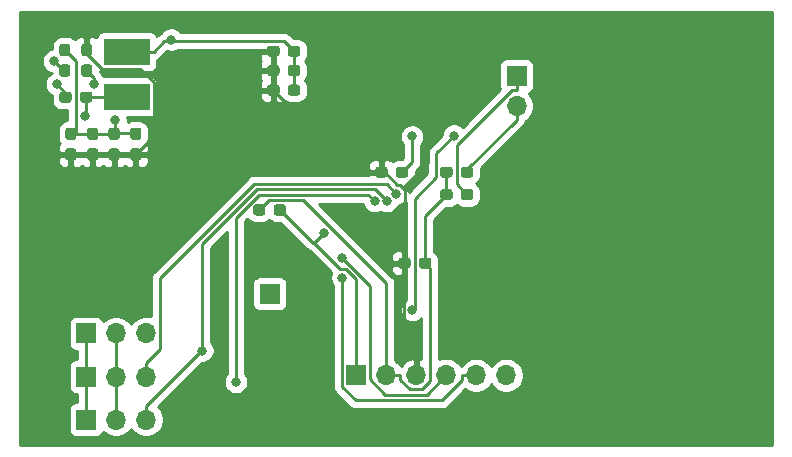
<source format=gbr>
%TF.GenerationSoftware,KiCad,Pcbnew,(5.1.6)-1*%
%TF.CreationDate,2020-09-26T21:02:15-04:00*%
%TF.ProjectId,CellLight,43656c6c-4c69-4676-9874-2e6b69636164,rev?*%
%TF.SameCoordinates,Original*%
%TF.FileFunction,Copper,L2,Bot*%
%TF.FilePolarity,Positive*%
%FSLAX46Y46*%
G04 Gerber Fmt 4.6, Leading zero omitted, Abs format (unit mm)*
G04 Created by KiCad (PCBNEW (5.1.6)-1) date 2020-09-26 21:02:15*
%MOMM*%
%LPD*%
G01*
G04 APERTURE LIST*
%TA.AperFunction,ComponentPad*%
%ADD10R,1.700000X1.700000*%
%TD*%
%TA.AperFunction,SMDPad,CuDef*%
%ADD11R,3.900000X2.200000*%
%TD*%
%TA.AperFunction,ComponentPad*%
%ADD12O,1.700000X1.700000*%
%TD*%
%TA.AperFunction,ViaPad*%
%ADD13C,0.800000*%
%TD*%
%TA.AperFunction,Conductor*%
%ADD14C,0.250000*%
%TD*%
%TA.AperFunction,Conductor*%
%ADD15C,0.254000*%
%TD*%
G04 APERTURE END LIST*
D10*
%TO.P,J5,1*%
%TO.N,IO_COM*%
X203250000Y-117950000D03*
%TD*%
D11*
%TO.P,L1,2*%
%TO.N,+5V*%
X191150000Y-97450000D03*
%TO.P,L1,1*%
%TO.N,Net-(C3-Pad1)*%
X191150000Y-101250000D03*
%TD*%
%TO.P,R5,2*%
%TO.N,GND*%
%TA.AperFunction,SMDPad,CuDef*%
G36*
G01*
X187987500Y-97825000D02*
X187512500Y-97825000D01*
G75*
G02*
X187275000Y-97587500I0J237500D01*
G01*
X187275000Y-97012500D01*
G75*
G02*
X187512500Y-96775000I237500J0D01*
G01*
X187987500Y-96775000D01*
G75*
G02*
X188225000Y-97012500I0J-237500D01*
G01*
X188225000Y-97587500D01*
G75*
G02*
X187987500Y-97825000I-237500J0D01*
G01*
G37*
%TD.AperFunction*%
%TO.P,R5,1*%
%TO.N,Net-(R5-Pad1)*%
%TA.AperFunction,SMDPad,CuDef*%
G36*
G01*
X187987500Y-99575000D02*
X187512500Y-99575000D01*
G75*
G02*
X187275000Y-99337500I0J237500D01*
G01*
X187275000Y-98762500D01*
G75*
G02*
X187512500Y-98525000I237500J0D01*
G01*
X187987500Y-98525000D01*
G75*
G02*
X188225000Y-98762500I0J-237500D01*
G01*
X188225000Y-99337500D01*
G75*
G02*
X187987500Y-99575000I-237500J0D01*
G01*
G37*
%TD.AperFunction*%
%TD*%
%TO.P,R4,2*%
%TO.N,+VDC*%
%TA.AperFunction,SMDPad,CuDef*%
G36*
G01*
X186137500Y-97825000D02*
X185662500Y-97825000D01*
G75*
G02*
X185425000Y-97587500I0J237500D01*
G01*
X185425000Y-97012500D01*
G75*
G02*
X185662500Y-96775000I237500J0D01*
G01*
X186137500Y-96775000D01*
G75*
G02*
X186375000Y-97012500I0J-237500D01*
G01*
X186375000Y-97587500D01*
G75*
G02*
X186137500Y-97825000I-237500J0D01*
G01*
G37*
%TD.AperFunction*%
%TO.P,R4,1*%
%TO.N,Net-(R4-Pad1)*%
%TA.AperFunction,SMDPad,CuDef*%
G36*
G01*
X186137500Y-99575000D02*
X185662500Y-99575000D01*
G75*
G02*
X185425000Y-99337500I0J237500D01*
G01*
X185425000Y-98762500D01*
G75*
G02*
X185662500Y-98525000I237500J0D01*
G01*
X186137500Y-98525000D01*
G75*
G02*
X186375000Y-98762500I0J-237500D01*
G01*
X186375000Y-99337500D01*
G75*
G02*
X186137500Y-99575000I-237500J0D01*
G01*
G37*
%TD.AperFunction*%
%TD*%
%TO.P,R3,2*%
%TO.N,SCL*%
%TA.AperFunction,SMDPad,CuDef*%
G36*
G01*
X219425000Y-109787500D02*
X219425000Y-109312500D01*
G75*
G02*
X219662500Y-109075000I237500J0D01*
G01*
X220237500Y-109075000D01*
G75*
G02*
X220475000Y-109312500I0J-237500D01*
G01*
X220475000Y-109787500D01*
G75*
G02*
X220237500Y-110025000I-237500J0D01*
G01*
X219662500Y-110025000D01*
G75*
G02*
X219425000Y-109787500I0J237500D01*
G01*
G37*
%TD.AperFunction*%
%TO.P,R3,1*%
%TO.N,+3V3*%
%TA.AperFunction,SMDPad,CuDef*%
G36*
G01*
X217675000Y-109787500D02*
X217675000Y-109312500D01*
G75*
G02*
X217912500Y-109075000I237500J0D01*
G01*
X218487500Y-109075000D01*
G75*
G02*
X218725000Y-109312500I0J-237500D01*
G01*
X218725000Y-109787500D01*
G75*
G02*
X218487500Y-110025000I-237500J0D01*
G01*
X217912500Y-110025000D01*
G75*
G02*
X217675000Y-109787500I0J237500D01*
G01*
G37*
%TD.AperFunction*%
%TD*%
%TO.P,R2,2*%
%TO.N,SDA*%
%TA.AperFunction,SMDPad,CuDef*%
G36*
G01*
X219425000Y-107887500D02*
X219425000Y-107412500D01*
G75*
G02*
X219662500Y-107175000I237500J0D01*
G01*
X220237500Y-107175000D01*
G75*
G02*
X220475000Y-107412500I0J-237500D01*
G01*
X220475000Y-107887500D01*
G75*
G02*
X220237500Y-108125000I-237500J0D01*
G01*
X219662500Y-108125000D01*
G75*
G02*
X219425000Y-107887500I0J237500D01*
G01*
G37*
%TD.AperFunction*%
%TO.P,R2,1*%
%TO.N,+3V3*%
%TA.AperFunction,SMDPad,CuDef*%
G36*
G01*
X217675000Y-107887500D02*
X217675000Y-107412500D01*
G75*
G02*
X217912500Y-107175000I237500J0D01*
G01*
X218487500Y-107175000D01*
G75*
G02*
X218725000Y-107412500I0J-237500D01*
G01*
X218725000Y-107887500D01*
G75*
G02*
X218487500Y-108125000I-237500J0D01*
G01*
X217912500Y-108125000D01*
G75*
G02*
X217675000Y-107887500I0J237500D01*
G01*
G37*
%TD.AperFunction*%
%TD*%
%TO.P,R1,2*%
%TO.N,RESET*%
%TA.AperFunction,SMDPad,CuDef*%
G36*
G01*
X203575000Y-111087500D02*
X203575000Y-110612500D01*
G75*
G02*
X203812500Y-110375000I237500J0D01*
G01*
X204387500Y-110375000D01*
G75*
G02*
X204625000Y-110612500I0J-237500D01*
G01*
X204625000Y-111087500D01*
G75*
G02*
X204387500Y-111325000I-237500J0D01*
G01*
X203812500Y-111325000D01*
G75*
G02*
X203575000Y-111087500I0J237500D01*
G01*
G37*
%TD.AperFunction*%
%TO.P,R1,1*%
%TO.N,+3V3*%
%TA.AperFunction,SMDPad,CuDef*%
G36*
G01*
X201825000Y-111087500D02*
X201825000Y-110612500D01*
G75*
G02*
X202062500Y-110375000I237500J0D01*
G01*
X202637500Y-110375000D01*
G75*
G02*
X202875000Y-110612500I0J-237500D01*
G01*
X202875000Y-111087500D01*
G75*
G02*
X202637500Y-111325000I-237500J0D01*
G01*
X202062500Y-111325000D01*
G75*
G02*
X201825000Y-111087500I0J237500D01*
G01*
G37*
%TD.AperFunction*%
%TD*%
D12*
%TO.P,J6,2*%
%TO.N,SDA*%
X224150000Y-102040000D03*
D10*
%TO.P,J6,1*%
%TO.N,SCL*%
X224150000Y-99500000D03*
%TD*%
D12*
%TO.P,J4,6*%
%TO.N,Net-(J4-Pad6)*%
X223270000Y-124850000D03*
%TO.P,J4,5*%
%TO.N,PGEC*%
X220730000Y-124850000D03*
%TO.P,J4,4*%
%TO.N,PGED*%
X218190000Y-124850000D03*
%TO.P,J4,3*%
%TO.N,GND*%
X215650000Y-124850000D03*
%TO.P,J4,2*%
%TO.N,+3V3*%
X213110000Y-124850000D03*
D10*
%TO.P,J4,1*%
%TO.N,RESET*%
X210570000Y-124850000D03*
%TD*%
D12*
%TO.P,J3,3*%
%TO.N,PORT3_IO*%
X192780000Y-121300000D03*
%TO.P,J3,2*%
%TO.N,PRI_LO*%
X190240000Y-121300000D03*
D10*
%TO.P,J3,1*%
%TO.N,PRI_HI*%
X187700000Y-121300000D03*
%TD*%
D12*
%TO.P,J2,3*%
%TO.N,PORT2_IO*%
X192790000Y-124950000D03*
%TO.P,J2,2*%
%TO.N,PRI_LO*%
X190250000Y-124950000D03*
D10*
%TO.P,J2,1*%
%TO.N,PRI_HI*%
X187710000Y-124950000D03*
%TD*%
D12*
%TO.P,J1,3*%
%TO.N,PORT1_IO*%
X192780000Y-128600000D03*
%TO.P,J1,2*%
%TO.N,PRI_LO*%
X190240000Y-128600000D03*
D10*
%TO.P,J1,1*%
%TO.N,PRI_HI*%
X187700000Y-128600000D03*
%TD*%
%TO.P,C10,2*%
%TO.N,GND*%
%TA.AperFunction,SMDPad,CuDef*%
G36*
G01*
X204075000Y-100462500D02*
X204075000Y-100937500D01*
G75*
G02*
X203837500Y-101175000I-237500J0D01*
G01*
X203262500Y-101175000D01*
G75*
G02*
X203025000Y-100937500I0J237500D01*
G01*
X203025000Y-100462500D01*
G75*
G02*
X203262500Y-100225000I237500J0D01*
G01*
X203837500Y-100225000D01*
G75*
G02*
X204075000Y-100462500I0J-237500D01*
G01*
G37*
%TD.AperFunction*%
%TO.P,C10,1*%
%TO.N,+5V*%
%TA.AperFunction,SMDPad,CuDef*%
G36*
G01*
X205825000Y-100462500D02*
X205825000Y-100937500D01*
G75*
G02*
X205587500Y-101175000I-237500J0D01*
G01*
X205012500Y-101175000D01*
G75*
G02*
X204775000Y-100937500I0J237500D01*
G01*
X204775000Y-100462500D01*
G75*
G02*
X205012500Y-100225000I237500J0D01*
G01*
X205587500Y-100225000D01*
G75*
G02*
X205825000Y-100462500I0J-237500D01*
G01*
G37*
%TD.AperFunction*%
%TD*%
%TO.P,C9,2*%
%TO.N,GND*%
%TA.AperFunction,SMDPad,CuDef*%
G36*
G01*
X191662500Y-105625000D02*
X192137500Y-105625000D01*
G75*
G02*
X192375000Y-105862500I0J-237500D01*
G01*
X192375000Y-106437500D01*
G75*
G02*
X192137500Y-106675000I-237500J0D01*
G01*
X191662500Y-106675000D01*
G75*
G02*
X191425000Y-106437500I0J237500D01*
G01*
X191425000Y-105862500D01*
G75*
G02*
X191662500Y-105625000I237500J0D01*
G01*
G37*
%TD.AperFunction*%
%TO.P,C9,1*%
%TO.N,+VDC*%
%TA.AperFunction,SMDPad,CuDef*%
G36*
G01*
X191662500Y-103875000D02*
X192137500Y-103875000D01*
G75*
G02*
X192375000Y-104112500I0J-237500D01*
G01*
X192375000Y-104687500D01*
G75*
G02*
X192137500Y-104925000I-237500J0D01*
G01*
X191662500Y-104925000D01*
G75*
G02*
X191425000Y-104687500I0J237500D01*
G01*
X191425000Y-104112500D01*
G75*
G02*
X191662500Y-103875000I237500J0D01*
G01*
G37*
%TD.AperFunction*%
%TD*%
%TO.P,C8,2*%
%TO.N,GND*%
%TA.AperFunction,SMDPad,CuDef*%
G36*
G01*
X189829500Y-105625000D02*
X190304500Y-105625000D01*
G75*
G02*
X190542000Y-105862500I0J-237500D01*
G01*
X190542000Y-106437500D01*
G75*
G02*
X190304500Y-106675000I-237500J0D01*
G01*
X189829500Y-106675000D01*
G75*
G02*
X189592000Y-106437500I0J237500D01*
G01*
X189592000Y-105862500D01*
G75*
G02*
X189829500Y-105625000I237500J0D01*
G01*
G37*
%TD.AperFunction*%
%TO.P,C8,1*%
%TO.N,+VDC*%
%TA.AperFunction,SMDPad,CuDef*%
G36*
G01*
X189829500Y-103875000D02*
X190304500Y-103875000D01*
G75*
G02*
X190542000Y-104112500I0J-237500D01*
G01*
X190542000Y-104687500D01*
G75*
G02*
X190304500Y-104925000I-237500J0D01*
G01*
X189829500Y-104925000D01*
G75*
G02*
X189592000Y-104687500I0J237500D01*
G01*
X189592000Y-104112500D01*
G75*
G02*
X189829500Y-103875000I237500J0D01*
G01*
G37*
%TD.AperFunction*%
%TD*%
%TO.P,C7,2*%
%TO.N,GND*%
%TA.AperFunction,SMDPad,CuDef*%
G36*
G01*
X188012500Y-105625000D02*
X188487500Y-105625000D01*
G75*
G02*
X188725000Y-105862500I0J-237500D01*
G01*
X188725000Y-106437500D01*
G75*
G02*
X188487500Y-106675000I-237500J0D01*
G01*
X188012500Y-106675000D01*
G75*
G02*
X187775000Y-106437500I0J237500D01*
G01*
X187775000Y-105862500D01*
G75*
G02*
X188012500Y-105625000I237500J0D01*
G01*
G37*
%TD.AperFunction*%
%TO.P,C7,1*%
%TO.N,+VDC*%
%TA.AperFunction,SMDPad,CuDef*%
G36*
G01*
X188012500Y-103875000D02*
X188487500Y-103875000D01*
G75*
G02*
X188725000Y-104112500I0J-237500D01*
G01*
X188725000Y-104687500D01*
G75*
G02*
X188487500Y-104925000I-237500J0D01*
G01*
X188012500Y-104925000D01*
G75*
G02*
X187775000Y-104687500I0J237500D01*
G01*
X187775000Y-104112500D01*
G75*
G02*
X188012500Y-103875000I237500J0D01*
G01*
G37*
%TD.AperFunction*%
%TD*%
%TO.P,C6,2*%
%TO.N,GND*%
%TA.AperFunction,SMDPad,CuDef*%
G36*
G01*
X204075000Y-98812500D02*
X204075000Y-99287500D01*
G75*
G02*
X203837500Y-99525000I-237500J0D01*
G01*
X203262500Y-99525000D01*
G75*
G02*
X203025000Y-99287500I0J237500D01*
G01*
X203025000Y-98812500D01*
G75*
G02*
X203262500Y-98575000I237500J0D01*
G01*
X203837500Y-98575000D01*
G75*
G02*
X204075000Y-98812500I0J-237500D01*
G01*
G37*
%TD.AperFunction*%
%TO.P,C6,1*%
%TO.N,+5V*%
%TA.AperFunction,SMDPad,CuDef*%
G36*
G01*
X205825000Y-98812500D02*
X205825000Y-99287500D01*
G75*
G02*
X205587500Y-99525000I-237500J0D01*
G01*
X205012500Y-99525000D01*
G75*
G02*
X204775000Y-99287500I0J237500D01*
G01*
X204775000Y-98812500D01*
G75*
G02*
X205012500Y-98575000I237500J0D01*
G01*
X205587500Y-98575000D01*
G75*
G02*
X205825000Y-98812500I0J-237500D01*
G01*
G37*
%TD.AperFunction*%
%TD*%
%TO.P,C5,2*%
%TO.N,GND*%
%TA.AperFunction,SMDPad,CuDef*%
G36*
G01*
X186162500Y-105625000D02*
X186637500Y-105625000D01*
G75*
G02*
X186875000Y-105862500I0J-237500D01*
G01*
X186875000Y-106437500D01*
G75*
G02*
X186637500Y-106675000I-237500J0D01*
G01*
X186162500Y-106675000D01*
G75*
G02*
X185925000Y-106437500I0J237500D01*
G01*
X185925000Y-105862500D01*
G75*
G02*
X186162500Y-105625000I237500J0D01*
G01*
G37*
%TD.AperFunction*%
%TO.P,C5,1*%
%TO.N,+VDC*%
%TA.AperFunction,SMDPad,CuDef*%
G36*
G01*
X186162500Y-103875000D02*
X186637500Y-103875000D01*
G75*
G02*
X186875000Y-104112500I0J-237500D01*
G01*
X186875000Y-104687500D01*
G75*
G02*
X186637500Y-104925000I-237500J0D01*
G01*
X186162500Y-104925000D01*
G75*
G02*
X185925000Y-104687500I0J237500D01*
G01*
X185925000Y-104112500D01*
G75*
G02*
X186162500Y-103875000I237500J0D01*
G01*
G37*
%TD.AperFunction*%
%TD*%
%TO.P,C4,2*%
%TO.N,GND*%
%TA.AperFunction,SMDPad,CuDef*%
G36*
G01*
X204075000Y-97162500D02*
X204075000Y-97637500D01*
G75*
G02*
X203837500Y-97875000I-237500J0D01*
G01*
X203262500Y-97875000D01*
G75*
G02*
X203025000Y-97637500I0J237500D01*
G01*
X203025000Y-97162500D01*
G75*
G02*
X203262500Y-96925000I237500J0D01*
G01*
X203837500Y-96925000D01*
G75*
G02*
X204075000Y-97162500I0J-237500D01*
G01*
G37*
%TD.AperFunction*%
%TO.P,C4,1*%
%TO.N,+5V*%
%TA.AperFunction,SMDPad,CuDef*%
G36*
G01*
X205825000Y-97162500D02*
X205825000Y-97637500D01*
G75*
G02*
X205587500Y-97875000I-237500J0D01*
G01*
X205012500Y-97875000D01*
G75*
G02*
X204775000Y-97637500I0J237500D01*
G01*
X204775000Y-97162500D01*
G75*
G02*
X205012500Y-96925000I237500J0D01*
G01*
X205587500Y-96925000D01*
G75*
G02*
X205825000Y-97162500I0J-237500D01*
G01*
G37*
%TD.AperFunction*%
%TD*%
%TO.P,C3,2*%
%TO.N,Net-(C3-Pad2)*%
%TA.AperFunction,SMDPad,CuDef*%
G36*
G01*
X186475000Y-101062500D02*
X186475000Y-101537500D01*
G75*
G02*
X186237500Y-101775000I-237500J0D01*
G01*
X185662500Y-101775000D01*
G75*
G02*
X185425000Y-101537500I0J237500D01*
G01*
X185425000Y-101062500D01*
G75*
G02*
X185662500Y-100825000I237500J0D01*
G01*
X186237500Y-100825000D01*
G75*
G02*
X186475000Y-101062500I0J-237500D01*
G01*
G37*
%TD.AperFunction*%
%TO.P,C3,1*%
%TO.N,Net-(C3-Pad1)*%
%TA.AperFunction,SMDPad,CuDef*%
G36*
G01*
X188225000Y-101062500D02*
X188225000Y-101537500D01*
G75*
G02*
X187987500Y-101775000I-237500J0D01*
G01*
X187412500Y-101775000D01*
G75*
G02*
X187175000Y-101537500I0J237500D01*
G01*
X187175000Y-101062500D01*
G75*
G02*
X187412500Y-100825000I237500J0D01*
G01*
X187987500Y-100825000D01*
G75*
G02*
X188225000Y-101062500I0J-237500D01*
G01*
G37*
%TD.AperFunction*%
%TD*%
%TO.P,C2,2*%
%TO.N,GND*%
%TA.AperFunction,SMDPad,CuDef*%
G36*
G01*
X215175000Y-115112500D02*
X215175000Y-115587500D01*
G75*
G02*
X214937500Y-115825000I-237500J0D01*
G01*
X214362500Y-115825000D01*
G75*
G02*
X214125000Y-115587500I0J237500D01*
G01*
X214125000Y-115112500D01*
G75*
G02*
X214362500Y-114875000I237500J0D01*
G01*
X214937500Y-114875000D01*
G75*
G02*
X215175000Y-115112500I0J-237500D01*
G01*
G37*
%TD.AperFunction*%
%TO.P,C2,1*%
%TO.N,+3V3*%
%TA.AperFunction,SMDPad,CuDef*%
G36*
G01*
X216925000Y-115112500D02*
X216925000Y-115587500D01*
G75*
G02*
X216687500Y-115825000I-237500J0D01*
G01*
X216112500Y-115825000D01*
G75*
G02*
X215875000Y-115587500I0J237500D01*
G01*
X215875000Y-115112500D01*
G75*
G02*
X216112500Y-114875000I237500J0D01*
G01*
X216687500Y-114875000D01*
G75*
G02*
X216925000Y-115112500I0J-237500D01*
G01*
G37*
%TD.AperFunction*%
%TD*%
%TO.P,C1,2*%
%TO.N,Net-(C1-Pad2)*%
%TA.AperFunction,SMDPad,CuDef*%
G36*
G01*
X213925000Y-107887500D02*
X213925000Y-107412500D01*
G75*
G02*
X214162500Y-107175000I237500J0D01*
G01*
X214737500Y-107175000D01*
G75*
G02*
X214975000Y-107412500I0J-237500D01*
G01*
X214975000Y-107887500D01*
G75*
G02*
X214737500Y-108125000I-237500J0D01*
G01*
X214162500Y-108125000D01*
G75*
G02*
X213925000Y-107887500I0J237500D01*
G01*
G37*
%TD.AperFunction*%
%TO.P,C1,1*%
%TO.N,GND*%
%TA.AperFunction,SMDPad,CuDef*%
G36*
G01*
X212175000Y-107887500D02*
X212175000Y-107412500D01*
G75*
G02*
X212412500Y-107175000I237500J0D01*
G01*
X212987500Y-107175000D01*
G75*
G02*
X213225000Y-107412500I0J-237500D01*
G01*
X213225000Y-107887500D01*
G75*
G02*
X212987500Y-108125000I-237500J0D01*
G01*
X212412500Y-108125000D01*
G75*
G02*
X212175000Y-107887500I0J237500D01*
G01*
G37*
%TD.AperFunction*%
%TD*%
D13*
%TO.N,Net-(C1-Pad2)*%
X215314100Y-104622000D03*
%TO.N,GND*%
X216618800Y-104620400D03*
%TO.N,Net-(C3-Pad2)*%
X185214200Y-100194800D03*
%TO.N,Net-(C3-Pad1)*%
X187572300Y-102913800D03*
%TO.N,+5V*%
X194895600Y-96434600D03*
%TO.N,+VDC*%
X190180200Y-103262100D03*
%TO.N,PORT1_IO*%
X197552900Y-122750000D03*
X213151700Y-110078300D03*
%TO.N,PORT2_IO*%
X213971600Y-109464700D03*
%TO.N,PGEC*%
X209389700Y-116577000D03*
%TO.N,PGED*%
X209397100Y-114900000D03*
%TO.N,RESET*%
X207832600Y-112802900D03*
%TO.N,Net-(R4-Pad1)*%
X184990100Y-98244700D03*
%TO.N,Net-(R5-Pad1)*%
X188369500Y-100209500D03*
%TO.N,PORT2_SEL*%
X200384900Y-125414900D03*
X212128600Y-110095600D03*
%TO.N,PORT1_SEL*%
X215321400Y-119320100D03*
X218846000Y-104548700D03*
%TD*%
D14*
%TO.N,Net-(C1-Pad2)*%
X214450000Y-107650000D02*
X215314100Y-106785900D01*
X215314100Y-106785900D02*
X215314100Y-104622000D01*
%TO.N,GND*%
X214650000Y-115350000D02*
X214596100Y-115403900D01*
X214596100Y-115403900D02*
X214596100Y-122620800D01*
X214596100Y-122620800D02*
X215650000Y-123674700D01*
X214497700Y-108965000D02*
X214272100Y-108739400D01*
X214272100Y-108739400D02*
X214063000Y-108739400D01*
X214063000Y-108739400D02*
X212973600Y-107650000D01*
X212973600Y-107650000D02*
X212700000Y-107650000D01*
X214650000Y-115350000D02*
X214712100Y-115287900D01*
X214712100Y-115287900D02*
X214712100Y-109179400D01*
X214712100Y-109179400D02*
X214497700Y-108965000D01*
X214497700Y-108965000D02*
X216618800Y-106843900D01*
X216618800Y-106843900D02*
X216618800Y-104620400D01*
X203550000Y-100700000D02*
X203550000Y-99050000D01*
X212700000Y-107650000D02*
X210500000Y-107650000D01*
X210500000Y-107650000D02*
X203550000Y-100700000D01*
X215650000Y-124850000D02*
X215650000Y-123674700D01*
X193425400Y-100700000D02*
X193425400Y-100015300D01*
X193425400Y-100015300D02*
X192285700Y-98875600D01*
X192285700Y-98875600D02*
X189004000Y-98875600D01*
X189004000Y-98875600D02*
X187750000Y-97621600D01*
X187750000Y-97621600D02*
X187750000Y-97300000D01*
X191900000Y-106150000D02*
X193425400Y-104624600D01*
X193425400Y-104624600D02*
X193425400Y-100700000D01*
X203550000Y-100700000D02*
X193425400Y-100700000D01*
X190067000Y-106150000D02*
X191900000Y-106150000D01*
X188250000Y-106150000D02*
X190067000Y-106150000D01*
X186400000Y-106150000D02*
X188250000Y-106150000D01*
X203550000Y-97400000D02*
X203550000Y-99050000D01*
%TO.N,+3V3*%
X216400000Y-115350000D02*
X216400000Y-111350000D01*
X216400000Y-111350000D02*
X218200000Y-109550000D01*
X214285300Y-124850000D02*
X214285300Y-125217300D01*
X214285300Y-125217300D02*
X215109800Y-126041800D01*
X215109800Y-126041800D02*
X216124600Y-126041800D01*
X216124600Y-126041800D02*
X216855100Y-125311300D01*
X216855100Y-125311300D02*
X216855100Y-115805100D01*
X216855100Y-115805100D02*
X216400000Y-115350000D01*
X213110000Y-124850000D02*
X213110000Y-123674700D01*
X202350000Y-110850000D02*
X203161900Y-110038100D01*
X203161900Y-110038100D02*
X206100400Y-110038100D01*
X206100400Y-110038100D02*
X213110000Y-117047700D01*
X213110000Y-117047700D02*
X213110000Y-123674700D01*
X213110000Y-124850000D02*
X214285300Y-124850000D01*
X218200000Y-107650000D02*
X218200000Y-109550000D01*
%TO.N,Net-(C3-Pad2)*%
X185214200Y-100194800D02*
X185950000Y-100930600D01*
X185950000Y-100930600D02*
X185950000Y-101300000D01*
%TO.N,Net-(C3-Pad1)*%
X187700000Y-101300000D02*
X187700000Y-102786100D01*
X187700000Y-102786100D02*
X187572300Y-102913800D01*
X187700000Y-101300000D02*
X188824700Y-101300000D01*
X188824700Y-101300000D02*
X188874700Y-101250000D01*
X191150000Y-101250000D02*
X188874700Y-101250000D01*
%TO.N,+5V*%
X194895600Y-96571800D02*
X194303500Y-96571800D01*
X194303500Y-96571800D02*
X193425300Y-97450000D01*
X205300000Y-97400000D02*
X204471800Y-96571800D01*
X204471800Y-96571800D02*
X194895600Y-96571800D01*
X194895600Y-96571800D02*
X194895600Y-96434600D01*
X191150000Y-97450000D02*
X193425300Y-97450000D01*
X205300000Y-99050000D02*
X205300000Y-97400000D01*
X205300000Y-99050000D02*
X205300000Y-100700000D01*
%TO.N,+VDC*%
X190180200Y-104343400D02*
X191843400Y-104343400D01*
X191843400Y-104343400D02*
X191900000Y-104400000D01*
X190067000Y-104400000D02*
X190123600Y-104343400D01*
X190123600Y-104343400D02*
X190180200Y-104343400D01*
X190180200Y-104343400D02*
X190180200Y-103262100D01*
X186825000Y-104400000D02*
X186825000Y-98225000D01*
X186825000Y-98225000D02*
X185900000Y-97300000D01*
X186825000Y-104400000D02*
X186400000Y-104400000D01*
X188250000Y-104400000D02*
X186825000Y-104400000D01*
X190067000Y-104400000D02*
X188250000Y-104400000D01*
%TO.N,PRI_HI*%
X187700000Y-128600000D02*
X187700000Y-127424700D01*
X187700000Y-127424700D02*
X187710000Y-127414700D01*
X187710000Y-127414700D02*
X187710000Y-124950000D01*
X187700000Y-121300000D02*
X187700000Y-122475300D01*
X187700000Y-122475300D02*
X187710000Y-122485300D01*
X187710000Y-122485300D02*
X187710000Y-124950000D01*
%TO.N,PRI_LO*%
X190240000Y-121300000D02*
X190240000Y-122475300D01*
X190240000Y-122475300D02*
X190250000Y-122485300D01*
X190250000Y-122485300D02*
X190250000Y-124950000D01*
X190240000Y-127424700D02*
X190250000Y-127414700D01*
X190250000Y-127414700D02*
X190250000Y-124950000D01*
X190240000Y-128600000D02*
X190240000Y-127424700D01*
%TO.N,PORT1_IO*%
X197503800Y-122700900D02*
X197503800Y-113733200D01*
X197503800Y-113733200D02*
X202140900Y-109096100D01*
X202140900Y-109096100D02*
X212169500Y-109096100D01*
X212169500Y-109096100D02*
X213151700Y-110078300D01*
X197503800Y-122700900D02*
X197552900Y-122750000D01*
X192780000Y-127424700D02*
X197503800Y-122700900D01*
X192780000Y-128600000D02*
X192780000Y-127424700D01*
%TO.N,PORT2_IO*%
X192790000Y-124950000D02*
X192790000Y-123774700D01*
X192790000Y-123774700D02*
X193955400Y-122609300D01*
X193955400Y-122609300D02*
X193955400Y-116623700D01*
X193955400Y-116623700D02*
X201945200Y-108633900D01*
X201945200Y-108633900D02*
X213140800Y-108633900D01*
X213140800Y-108633900D02*
X213971600Y-109464700D01*
%TO.N,PGEC*%
X220730000Y-124850000D02*
X219554700Y-124850000D01*
X219554700Y-124850000D02*
X219554700Y-125217300D01*
X219554700Y-125217300D02*
X217791500Y-126980500D01*
X217791500Y-126980500D02*
X210525900Y-126980500D01*
X210525900Y-126980500D02*
X209389700Y-125844300D01*
X209389700Y-125844300D02*
X209389700Y-116577000D01*
%TO.N,PGED*%
X218190000Y-124850000D02*
X216547800Y-126492200D01*
X216547800Y-126492200D02*
X213041700Y-126492200D01*
X213041700Y-126492200D02*
X211745400Y-125195900D01*
X211745400Y-125195900D02*
X211745400Y-117248300D01*
X211745400Y-117248300D02*
X209397100Y-114900000D01*
%TO.N,RESET*%
X210570000Y-124850000D02*
X210570000Y-116731500D01*
X210570000Y-116731500D02*
X209690200Y-115851700D01*
X209690200Y-115851700D02*
X209234600Y-115851700D01*
X209234600Y-115851700D02*
X207009200Y-113626300D01*
X207009200Y-113626300D02*
X206876300Y-113626300D01*
X206876300Y-113626300D02*
X204100000Y-110850000D01*
X207832600Y-112802900D02*
X207009200Y-113626300D01*
%TO.N,SDA*%
X224150000Y-103215300D02*
X219950000Y-107415300D01*
X219950000Y-107415300D02*
X219950000Y-107650000D01*
X224150000Y-102040000D02*
X224150000Y-103215300D01*
%TO.N,SCL*%
X224150000Y-99500000D02*
X224150000Y-100675300D01*
X224150000Y-100675300D02*
X223782700Y-100675300D01*
X223782700Y-100675300D02*
X219075000Y-105383000D01*
X219075000Y-105383000D02*
X219075000Y-108675000D01*
X219075000Y-108675000D02*
X219950000Y-109550000D01*
%TO.N,Net-(R4-Pad1)*%
X185900000Y-99050000D02*
X185795400Y-99050000D01*
X185795400Y-99050000D02*
X184990100Y-98244700D01*
%TO.N,Net-(R5-Pad1)*%
X187750000Y-99050000D02*
X188369500Y-99669500D01*
X188369500Y-99669500D02*
X188369500Y-100209500D01*
%TO.N,PORT2_SEL*%
X200384900Y-125414900D02*
X200384900Y-111489000D01*
X200384900Y-111489000D02*
X202327500Y-109546400D01*
X202327500Y-109546400D02*
X211579400Y-109546400D01*
X211579400Y-109546400D02*
X212128600Y-110095600D01*
%TO.N,PORT1_SEL*%
X215321400Y-119320100D02*
X215525000Y-119116500D01*
X215525000Y-119116500D02*
X215525000Y-109885000D01*
X215525000Y-109885000D02*
X217348700Y-108061300D01*
X217348700Y-108061300D02*
X217348700Y-106046000D01*
X217348700Y-106046000D02*
X218846000Y-104548700D01*
%TD*%
D15*
%TO.N,GND*%
G36*
X245765000Y-130715000D02*
G01*
X182135000Y-130715000D01*
X182135000Y-120450000D01*
X186211928Y-120450000D01*
X186211928Y-122150000D01*
X186224188Y-122274482D01*
X186260498Y-122394180D01*
X186319463Y-122504494D01*
X186398815Y-122601185D01*
X186495506Y-122680537D01*
X186605820Y-122739502D01*
X186725518Y-122775812D01*
X186850000Y-122788072D01*
X186950000Y-122788072D01*
X186950000Y-123461928D01*
X186860000Y-123461928D01*
X186735518Y-123474188D01*
X186615820Y-123510498D01*
X186505506Y-123569463D01*
X186408815Y-123648815D01*
X186329463Y-123745506D01*
X186270498Y-123855820D01*
X186234188Y-123975518D01*
X186221928Y-124100000D01*
X186221928Y-125800000D01*
X186234188Y-125924482D01*
X186270498Y-126044180D01*
X186329463Y-126154494D01*
X186408815Y-126251185D01*
X186505506Y-126330537D01*
X186615820Y-126389502D01*
X186735518Y-126425812D01*
X186860000Y-126438072D01*
X186950000Y-126438072D01*
X186950000Y-127111928D01*
X186850000Y-127111928D01*
X186725518Y-127124188D01*
X186605820Y-127160498D01*
X186495506Y-127219463D01*
X186398815Y-127298815D01*
X186319463Y-127395506D01*
X186260498Y-127505820D01*
X186224188Y-127625518D01*
X186211928Y-127750000D01*
X186211928Y-129450000D01*
X186224188Y-129574482D01*
X186260498Y-129694180D01*
X186319463Y-129804494D01*
X186398815Y-129901185D01*
X186495506Y-129980537D01*
X186605820Y-130039502D01*
X186725518Y-130075812D01*
X186850000Y-130088072D01*
X188550000Y-130088072D01*
X188674482Y-130075812D01*
X188794180Y-130039502D01*
X188904494Y-129980537D01*
X189001185Y-129901185D01*
X189080537Y-129804494D01*
X189139502Y-129694180D01*
X189161513Y-129621620D01*
X189293368Y-129753475D01*
X189536589Y-129915990D01*
X189806842Y-130027932D01*
X190093740Y-130085000D01*
X190386260Y-130085000D01*
X190673158Y-130027932D01*
X190943411Y-129915990D01*
X191186632Y-129753475D01*
X191393475Y-129546632D01*
X191510000Y-129372240D01*
X191626525Y-129546632D01*
X191833368Y-129753475D01*
X192076589Y-129915990D01*
X192346842Y-130027932D01*
X192633740Y-130085000D01*
X192926260Y-130085000D01*
X193213158Y-130027932D01*
X193483411Y-129915990D01*
X193726632Y-129753475D01*
X193933475Y-129546632D01*
X194095990Y-129303411D01*
X194207932Y-129033158D01*
X194265000Y-128746260D01*
X194265000Y-128453740D01*
X194207932Y-128166842D01*
X194095990Y-127896589D01*
X193933475Y-127653368D01*
X193779804Y-127499697D01*
X197494502Y-123785000D01*
X197654839Y-123785000D01*
X197854798Y-123745226D01*
X198043156Y-123667205D01*
X198212674Y-123553937D01*
X198356837Y-123409774D01*
X198470105Y-123240256D01*
X198548126Y-123051898D01*
X198587900Y-122851939D01*
X198587900Y-122648061D01*
X198548126Y-122448102D01*
X198470105Y-122259744D01*
X198356837Y-122090226D01*
X198263800Y-121997189D01*
X198263800Y-114048001D01*
X199624901Y-112686900D01*
X199624900Y-124711189D01*
X199580963Y-124755126D01*
X199467695Y-124924644D01*
X199389674Y-125113002D01*
X199349900Y-125312961D01*
X199349900Y-125516839D01*
X199389674Y-125716798D01*
X199467695Y-125905156D01*
X199580963Y-126074674D01*
X199725126Y-126218837D01*
X199894644Y-126332105D01*
X200083002Y-126410126D01*
X200282961Y-126449900D01*
X200486839Y-126449900D01*
X200686798Y-126410126D01*
X200875156Y-126332105D01*
X201044674Y-126218837D01*
X201188837Y-126074674D01*
X201302105Y-125905156D01*
X201380126Y-125716798D01*
X201419900Y-125516839D01*
X201419900Y-125312961D01*
X201380126Y-125113002D01*
X201302105Y-124924644D01*
X201188837Y-124755126D01*
X201144900Y-124711189D01*
X201144900Y-117100000D01*
X201761928Y-117100000D01*
X201761928Y-118800000D01*
X201774188Y-118924482D01*
X201810498Y-119044180D01*
X201869463Y-119154494D01*
X201948815Y-119251185D01*
X202045506Y-119330537D01*
X202155820Y-119389502D01*
X202275518Y-119425812D01*
X202400000Y-119438072D01*
X204100000Y-119438072D01*
X204224482Y-119425812D01*
X204344180Y-119389502D01*
X204454494Y-119330537D01*
X204551185Y-119251185D01*
X204630537Y-119154494D01*
X204689502Y-119044180D01*
X204725812Y-118924482D01*
X204738072Y-118800000D01*
X204738072Y-117100000D01*
X204725812Y-116975518D01*
X204689502Y-116855820D01*
X204630537Y-116745506D01*
X204551185Y-116648815D01*
X204454494Y-116569463D01*
X204344180Y-116510498D01*
X204224482Y-116474188D01*
X204100000Y-116461928D01*
X202400000Y-116461928D01*
X202275518Y-116474188D01*
X202155820Y-116510498D01*
X202045506Y-116569463D01*
X201948815Y-116648815D01*
X201869463Y-116745506D01*
X201810498Y-116855820D01*
X201774188Y-116975518D01*
X201761928Y-117100000D01*
X201144900Y-117100000D01*
X201144900Y-111803801D01*
X201352640Y-111596061D01*
X201443377Y-111706623D01*
X201576058Y-111815512D01*
X201727433Y-111896423D01*
X201891684Y-111946248D01*
X202062500Y-111963072D01*
X202637500Y-111963072D01*
X202808316Y-111946248D01*
X202972567Y-111896423D01*
X203123942Y-111815512D01*
X203225000Y-111732575D01*
X203326058Y-111815512D01*
X203477433Y-111896423D01*
X203641684Y-111946248D01*
X203812500Y-111963072D01*
X204138271Y-111963072D01*
X206312500Y-114137302D01*
X206336299Y-114166301D01*
X206365297Y-114190099D01*
X206452023Y-114261274D01*
X206531166Y-114303577D01*
X206584053Y-114331846D01*
X206664282Y-114356183D01*
X208449751Y-116141653D01*
X208394474Y-116275102D01*
X208354700Y-116475061D01*
X208354700Y-116678939D01*
X208394474Y-116878898D01*
X208472495Y-117067256D01*
X208585763Y-117236774D01*
X208629701Y-117280712D01*
X208629700Y-125806978D01*
X208626024Y-125844300D01*
X208629700Y-125881622D01*
X208629700Y-125881632D01*
X208640697Y-125993285D01*
X208665386Y-126074674D01*
X208684154Y-126136546D01*
X208754726Y-126268576D01*
X208771900Y-126289502D01*
X208849699Y-126384301D01*
X208878702Y-126408103D01*
X209962105Y-127491508D01*
X209985899Y-127520501D01*
X210014892Y-127544295D01*
X210014896Y-127544299D01*
X210085585Y-127602311D01*
X210101624Y-127615474D01*
X210233653Y-127686046D01*
X210376914Y-127729503D01*
X210488567Y-127740500D01*
X210488576Y-127740500D01*
X210525899Y-127744176D01*
X210563222Y-127740500D01*
X217754178Y-127740500D01*
X217791500Y-127744176D01*
X217828822Y-127740500D01*
X217828833Y-127740500D01*
X217940486Y-127729503D01*
X218083747Y-127686046D01*
X218215776Y-127615474D01*
X218331501Y-127520501D01*
X218355304Y-127491497D01*
X219819311Y-126027491D01*
X220026589Y-126165990D01*
X220296842Y-126277932D01*
X220583740Y-126335000D01*
X220876260Y-126335000D01*
X221163158Y-126277932D01*
X221433411Y-126165990D01*
X221676632Y-126003475D01*
X221883475Y-125796632D01*
X222000000Y-125622240D01*
X222116525Y-125796632D01*
X222323368Y-126003475D01*
X222566589Y-126165990D01*
X222836842Y-126277932D01*
X223123740Y-126335000D01*
X223416260Y-126335000D01*
X223703158Y-126277932D01*
X223973411Y-126165990D01*
X224216632Y-126003475D01*
X224423475Y-125796632D01*
X224585990Y-125553411D01*
X224697932Y-125283158D01*
X224755000Y-124996260D01*
X224755000Y-124703740D01*
X224697932Y-124416842D01*
X224585990Y-124146589D01*
X224423475Y-123903368D01*
X224216632Y-123696525D01*
X223973411Y-123534010D01*
X223703158Y-123422068D01*
X223416260Y-123365000D01*
X223123740Y-123365000D01*
X222836842Y-123422068D01*
X222566589Y-123534010D01*
X222323368Y-123696525D01*
X222116525Y-123903368D01*
X222000000Y-124077760D01*
X221883475Y-123903368D01*
X221676632Y-123696525D01*
X221433411Y-123534010D01*
X221163158Y-123422068D01*
X220876260Y-123365000D01*
X220583740Y-123365000D01*
X220296842Y-123422068D01*
X220026589Y-123534010D01*
X219783368Y-123696525D01*
X219576525Y-123903368D01*
X219460000Y-124077760D01*
X219343475Y-123903368D01*
X219136632Y-123696525D01*
X218893411Y-123534010D01*
X218623158Y-123422068D01*
X218336260Y-123365000D01*
X218043740Y-123365000D01*
X217756842Y-123422068D01*
X217615100Y-123480779D01*
X217615100Y-115842433D01*
X217618777Y-115805100D01*
X217604103Y-115656114D01*
X217563072Y-115520851D01*
X217563072Y-115112500D01*
X217546248Y-114941684D01*
X217496423Y-114777433D01*
X217415512Y-114626058D01*
X217306623Y-114493377D01*
X217173942Y-114384488D01*
X217160000Y-114377036D01*
X217160000Y-111664801D01*
X218161730Y-110663072D01*
X218487500Y-110663072D01*
X218658316Y-110646248D01*
X218822567Y-110596423D01*
X218973942Y-110515512D01*
X219075000Y-110432575D01*
X219176058Y-110515512D01*
X219327433Y-110596423D01*
X219491684Y-110646248D01*
X219662500Y-110663072D01*
X220237500Y-110663072D01*
X220408316Y-110646248D01*
X220572567Y-110596423D01*
X220723942Y-110515512D01*
X220856623Y-110406623D01*
X220965512Y-110273942D01*
X221046423Y-110122567D01*
X221096248Y-109958316D01*
X221113072Y-109787500D01*
X221113072Y-109312500D01*
X221096248Y-109141684D01*
X221046423Y-108977433D01*
X220965512Y-108826058D01*
X220856623Y-108693377D01*
X220742843Y-108600000D01*
X220856623Y-108506623D01*
X220965512Y-108373942D01*
X221046423Y-108222567D01*
X221096248Y-108058316D01*
X221113072Y-107887500D01*
X221113072Y-107412500D01*
X221105409Y-107334693D01*
X224661003Y-103779099D01*
X224690001Y-103755301D01*
X224720829Y-103717737D01*
X224784974Y-103639577D01*
X224855546Y-103507547D01*
X224871849Y-103453801D01*
X224899003Y-103364286D01*
X224903089Y-103322796D01*
X225096632Y-103193475D01*
X225303475Y-102986632D01*
X225465990Y-102743411D01*
X225577932Y-102473158D01*
X225635000Y-102186260D01*
X225635000Y-101893740D01*
X225577932Y-101606842D01*
X225465990Y-101336589D01*
X225303475Y-101093368D01*
X225171620Y-100961513D01*
X225244180Y-100939502D01*
X225354494Y-100880537D01*
X225451185Y-100801185D01*
X225530537Y-100704494D01*
X225589502Y-100594180D01*
X225625812Y-100474482D01*
X225638072Y-100350000D01*
X225638072Y-98650000D01*
X225625812Y-98525518D01*
X225589502Y-98405820D01*
X225530537Y-98295506D01*
X225451185Y-98198815D01*
X225354494Y-98119463D01*
X225244180Y-98060498D01*
X225124482Y-98024188D01*
X225000000Y-98011928D01*
X223300000Y-98011928D01*
X223175518Y-98024188D01*
X223055820Y-98060498D01*
X222945506Y-98119463D01*
X222848815Y-98198815D01*
X222769463Y-98295506D01*
X222710498Y-98405820D01*
X222674188Y-98525518D01*
X222661928Y-98650000D01*
X222661928Y-100350000D01*
X222674188Y-100474482D01*
X222710498Y-100594180D01*
X222737849Y-100645349D01*
X219572105Y-103811094D01*
X219505774Y-103744763D01*
X219336256Y-103631495D01*
X219147898Y-103553474D01*
X218947939Y-103513700D01*
X218744061Y-103513700D01*
X218544102Y-103553474D01*
X218355744Y-103631495D01*
X218186226Y-103744763D01*
X218042063Y-103888926D01*
X217928795Y-104058444D01*
X217850774Y-104246802D01*
X217811000Y-104446761D01*
X217811000Y-104508898D01*
X216837698Y-105482201D01*
X216808700Y-105505999D01*
X216784902Y-105534997D01*
X216784901Y-105534998D01*
X216713726Y-105621724D01*
X216643154Y-105753754D01*
X216626919Y-105807276D01*
X216599698Y-105897014D01*
X216594795Y-105946799D01*
X216585024Y-106046000D01*
X216588701Y-106083332D01*
X216588700Y-107746498D01*
X215013998Y-109321201D01*
X215000532Y-109332253D01*
X214966826Y-109162802D01*
X214888805Y-108974444D01*
X214775537Y-108804926D01*
X214733683Y-108763072D01*
X214737500Y-108763072D01*
X214908316Y-108746248D01*
X215072567Y-108696423D01*
X215223942Y-108615512D01*
X215356623Y-108506623D01*
X215465512Y-108373942D01*
X215546423Y-108222567D01*
X215596248Y-108058316D01*
X215613072Y-107887500D01*
X215613072Y-107561730D01*
X215825104Y-107349698D01*
X215854101Y-107325901D01*
X215904490Y-107264502D01*
X215949074Y-107210177D01*
X216019646Y-107078147D01*
X216038793Y-107015026D01*
X216063103Y-106934886D01*
X216074100Y-106823233D01*
X216074100Y-106823223D01*
X216077776Y-106785900D01*
X216074100Y-106748577D01*
X216074100Y-105325711D01*
X216118037Y-105281774D01*
X216231305Y-105112256D01*
X216309326Y-104923898D01*
X216349100Y-104723939D01*
X216349100Y-104520061D01*
X216309326Y-104320102D01*
X216231305Y-104131744D01*
X216118037Y-103962226D01*
X215973874Y-103818063D01*
X215804356Y-103704795D01*
X215615998Y-103626774D01*
X215416039Y-103587000D01*
X215212161Y-103587000D01*
X215012202Y-103626774D01*
X214823844Y-103704795D01*
X214654326Y-103818063D01*
X214510163Y-103962226D01*
X214396895Y-104131744D01*
X214318874Y-104320102D01*
X214279100Y-104520061D01*
X214279100Y-104723939D01*
X214318874Y-104923898D01*
X214396895Y-105112256D01*
X214510163Y-105281774D01*
X214554101Y-105325712D01*
X214554100Y-106471098D01*
X214488270Y-106536928D01*
X214162500Y-106536928D01*
X213991684Y-106553752D01*
X213827433Y-106603577D01*
X213676058Y-106684488D01*
X213652161Y-106704099D01*
X213579494Y-106644463D01*
X213469180Y-106585498D01*
X213349482Y-106549188D01*
X213225000Y-106536928D01*
X212985750Y-106540000D01*
X212827000Y-106698750D01*
X212827000Y-107523000D01*
X212847000Y-107523000D01*
X212847000Y-107777000D01*
X212827000Y-107777000D01*
X212827000Y-107797000D01*
X212573000Y-107797000D01*
X212573000Y-107777000D01*
X211698750Y-107777000D01*
X211601850Y-107873900D01*
X201982533Y-107873900D01*
X201945200Y-107870223D01*
X201907867Y-107873900D01*
X201796214Y-107884897D01*
X201652953Y-107928354D01*
X201520924Y-107998926D01*
X201405199Y-108093899D01*
X201381401Y-108122897D01*
X193444398Y-116059901D01*
X193415400Y-116083699D01*
X193391602Y-116112697D01*
X193391601Y-116112698D01*
X193320426Y-116199424D01*
X193249854Y-116331454D01*
X193224663Y-116414502D01*
X193206398Y-116474714D01*
X193195401Y-116586367D01*
X193191724Y-116623700D01*
X193195401Y-116661032D01*
X193195400Y-119868536D01*
X192926260Y-119815000D01*
X192633740Y-119815000D01*
X192346842Y-119872068D01*
X192076589Y-119984010D01*
X191833368Y-120146525D01*
X191626525Y-120353368D01*
X191510000Y-120527760D01*
X191393475Y-120353368D01*
X191186632Y-120146525D01*
X190943411Y-119984010D01*
X190673158Y-119872068D01*
X190386260Y-119815000D01*
X190093740Y-119815000D01*
X189806842Y-119872068D01*
X189536589Y-119984010D01*
X189293368Y-120146525D01*
X189161513Y-120278380D01*
X189139502Y-120205820D01*
X189080537Y-120095506D01*
X189001185Y-119998815D01*
X188904494Y-119919463D01*
X188794180Y-119860498D01*
X188674482Y-119824188D01*
X188550000Y-119811928D01*
X186850000Y-119811928D01*
X186725518Y-119824188D01*
X186605820Y-119860498D01*
X186495506Y-119919463D01*
X186398815Y-119998815D01*
X186319463Y-120095506D01*
X186260498Y-120205820D01*
X186224188Y-120325518D01*
X186211928Y-120450000D01*
X182135000Y-120450000D01*
X182135000Y-106675000D01*
X185286928Y-106675000D01*
X185299188Y-106799482D01*
X185335498Y-106919180D01*
X185394463Y-107029494D01*
X185473815Y-107126185D01*
X185570506Y-107205537D01*
X185680820Y-107264502D01*
X185800518Y-107300812D01*
X185925000Y-107313072D01*
X186114250Y-107310000D01*
X186273000Y-107151250D01*
X186273000Y-106277000D01*
X186527000Y-106277000D01*
X186527000Y-107151250D01*
X186685750Y-107310000D01*
X186875000Y-107313072D01*
X186999482Y-107300812D01*
X187119180Y-107264502D01*
X187229494Y-107205537D01*
X187325000Y-107127158D01*
X187420506Y-107205537D01*
X187530820Y-107264502D01*
X187650518Y-107300812D01*
X187775000Y-107313072D01*
X187964250Y-107310000D01*
X188123000Y-107151250D01*
X188123000Y-106277000D01*
X188377000Y-106277000D01*
X188377000Y-107151250D01*
X188535750Y-107310000D01*
X188725000Y-107313072D01*
X188849482Y-107300812D01*
X188969180Y-107264502D01*
X189079494Y-107205537D01*
X189158500Y-107140699D01*
X189237506Y-107205537D01*
X189347820Y-107264502D01*
X189467518Y-107300812D01*
X189592000Y-107313072D01*
X189781250Y-107310000D01*
X189940000Y-107151250D01*
X189940000Y-106277000D01*
X190194000Y-106277000D01*
X190194000Y-107151250D01*
X190352750Y-107310000D01*
X190542000Y-107313072D01*
X190666482Y-107300812D01*
X190786180Y-107264502D01*
X190896494Y-107205537D01*
X190983500Y-107134133D01*
X191070506Y-107205537D01*
X191180820Y-107264502D01*
X191300518Y-107300812D01*
X191425000Y-107313072D01*
X191614250Y-107310000D01*
X191773000Y-107151250D01*
X191773000Y-106277000D01*
X192027000Y-106277000D01*
X192027000Y-107151250D01*
X192185750Y-107310000D01*
X192375000Y-107313072D01*
X192499482Y-107300812D01*
X192619180Y-107264502D01*
X192729494Y-107205537D01*
X192766703Y-107175000D01*
X211536928Y-107175000D01*
X211540000Y-107364250D01*
X211698750Y-107523000D01*
X212573000Y-107523000D01*
X212573000Y-106698750D01*
X212414250Y-106540000D01*
X212175000Y-106536928D01*
X212050518Y-106549188D01*
X211930820Y-106585498D01*
X211820506Y-106644463D01*
X211723815Y-106723815D01*
X211644463Y-106820506D01*
X211585498Y-106930820D01*
X211549188Y-107050518D01*
X211536928Y-107175000D01*
X192766703Y-107175000D01*
X192826185Y-107126185D01*
X192905537Y-107029494D01*
X192964502Y-106919180D01*
X193000812Y-106799482D01*
X193013072Y-106675000D01*
X193010000Y-106435750D01*
X192851250Y-106277000D01*
X192027000Y-106277000D01*
X191773000Y-106277000D01*
X190194000Y-106277000D01*
X189940000Y-106277000D01*
X188377000Y-106277000D01*
X188123000Y-106277000D01*
X186527000Y-106277000D01*
X186273000Y-106277000D01*
X185448750Y-106277000D01*
X185290000Y-106435750D01*
X185286928Y-106675000D01*
X182135000Y-106675000D01*
X182135000Y-98142761D01*
X183955100Y-98142761D01*
X183955100Y-98346639D01*
X183994874Y-98546598D01*
X184072895Y-98734956D01*
X184186163Y-98904474D01*
X184330326Y-99048637D01*
X184499844Y-99161905D01*
X184688202Y-99239926D01*
X184773786Y-99256950D01*
X184723944Y-99277595D01*
X184554426Y-99390863D01*
X184410263Y-99535026D01*
X184296995Y-99704544D01*
X184218974Y-99892902D01*
X184179200Y-100092861D01*
X184179200Y-100296739D01*
X184218974Y-100496698D01*
X184296995Y-100685056D01*
X184410263Y-100854574D01*
X184554426Y-100998737D01*
X184723944Y-101112005D01*
X184786928Y-101138094D01*
X184786928Y-101537500D01*
X184803752Y-101708316D01*
X184853577Y-101872567D01*
X184934488Y-102023942D01*
X185043377Y-102156623D01*
X185176058Y-102265512D01*
X185327433Y-102346423D01*
X185491684Y-102396248D01*
X185662500Y-102413072D01*
X186065000Y-102413072D01*
X186065000Y-103246531D01*
X185991684Y-103253752D01*
X185827433Y-103303577D01*
X185676058Y-103384488D01*
X185543377Y-103493377D01*
X185434488Y-103626058D01*
X185353577Y-103777433D01*
X185303752Y-103941684D01*
X185286928Y-104112500D01*
X185286928Y-104687500D01*
X185303752Y-104858316D01*
X185353577Y-105022567D01*
X185434488Y-105173942D01*
X185454099Y-105197839D01*
X185394463Y-105270506D01*
X185335498Y-105380820D01*
X185299188Y-105500518D01*
X185286928Y-105625000D01*
X185290000Y-105864250D01*
X185448750Y-106023000D01*
X186273000Y-106023000D01*
X186273000Y-106003000D01*
X186527000Y-106003000D01*
X186527000Y-106023000D01*
X188123000Y-106023000D01*
X188123000Y-106003000D01*
X188377000Y-106003000D01*
X188377000Y-106023000D01*
X189940000Y-106023000D01*
X189940000Y-106003000D01*
X190194000Y-106003000D01*
X190194000Y-106023000D01*
X191773000Y-106023000D01*
X191773000Y-106003000D01*
X192027000Y-106003000D01*
X192027000Y-106023000D01*
X192851250Y-106023000D01*
X193010000Y-105864250D01*
X193013072Y-105625000D01*
X193000812Y-105500518D01*
X192964502Y-105380820D01*
X192905537Y-105270506D01*
X192845901Y-105197839D01*
X192865512Y-105173942D01*
X192946423Y-105022567D01*
X192996248Y-104858316D01*
X193013072Y-104687500D01*
X193013072Y-104112500D01*
X192996248Y-103941684D01*
X192946423Y-103777433D01*
X192865512Y-103626058D01*
X192756623Y-103493377D01*
X192623942Y-103384488D01*
X192472567Y-103303577D01*
X192308316Y-103253752D01*
X192137500Y-103236928D01*
X191662500Y-103236928D01*
X191491684Y-103253752D01*
X191327433Y-103303577D01*
X191215200Y-103363566D01*
X191215200Y-103160161D01*
X191180970Y-102988072D01*
X193100000Y-102988072D01*
X193224482Y-102975812D01*
X193344180Y-102939502D01*
X193454494Y-102880537D01*
X193551185Y-102801185D01*
X193630537Y-102704494D01*
X193689502Y-102594180D01*
X193725812Y-102474482D01*
X193738072Y-102350000D01*
X193738072Y-101175000D01*
X202386928Y-101175000D01*
X202399188Y-101299482D01*
X202435498Y-101419180D01*
X202494463Y-101529494D01*
X202573815Y-101626185D01*
X202670506Y-101705537D01*
X202780820Y-101764502D01*
X202900518Y-101800812D01*
X203025000Y-101813072D01*
X203264250Y-101810000D01*
X203423000Y-101651250D01*
X203423000Y-100827000D01*
X202548750Y-100827000D01*
X202390000Y-100985750D01*
X202386928Y-101175000D01*
X193738072Y-101175000D01*
X193738072Y-100150000D01*
X193725812Y-100025518D01*
X193689502Y-99905820D01*
X193630537Y-99795506D01*
X193551185Y-99698815D01*
X193454494Y-99619463D01*
X193344180Y-99560498D01*
X193227159Y-99525000D01*
X202386928Y-99525000D01*
X202399188Y-99649482D01*
X202435498Y-99769180D01*
X202492061Y-99875000D01*
X202435498Y-99980820D01*
X202399188Y-100100518D01*
X202386928Y-100225000D01*
X202390000Y-100414250D01*
X202548750Y-100573000D01*
X203423000Y-100573000D01*
X203423000Y-99177000D01*
X202548750Y-99177000D01*
X202390000Y-99335750D01*
X202386928Y-99525000D01*
X193227159Y-99525000D01*
X193224482Y-99524188D01*
X193100000Y-99511928D01*
X189200000Y-99511928D01*
X189141409Y-99517698D01*
X189107303Y-99483592D01*
X189075046Y-99377253D01*
X189004474Y-99245224D01*
X188909501Y-99129499D01*
X188880504Y-99105702D01*
X188866630Y-99091828D01*
X188955820Y-99139502D01*
X189075518Y-99175812D01*
X189200000Y-99188072D01*
X193100000Y-99188072D01*
X193224482Y-99175812D01*
X193344180Y-99139502D01*
X193454494Y-99080537D01*
X193551185Y-99001185D01*
X193630537Y-98904494D01*
X193689502Y-98794180D01*
X193725812Y-98674482D01*
X193738072Y-98550000D01*
X193738072Y-98144575D01*
X193849576Y-98084974D01*
X193965301Y-97990001D01*
X193989103Y-97960998D01*
X194075101Y-97875000D01*
X202386928Y-97875000D01*
X202399188Y-97999482D01*
X202435498Y-98119180D01*
X202492061Y-98225000D01*
X202435498Y-98330820D01*
X202399188Y-98450518D01*
X202386928Y-98575000D01*
X202390000Y-98764250D01*
X202548750Y-98923000D01*
X203423000Y-98923000D01*
X203423000Y-97527000D01*
X202548750Y-97527000D01*
X202390000Y-97685750D01*
X202386928Y-97875000D01*
X194075101Y-97875000D01*
X194541782Y-97408320D01*
X194593702Y-97429826D01*
X194793661Y-97469600D01*
X194997539Y-97469600D01*
X195197498Y-97429826D01*
X195385856Y-97351805D01*
X195415796Y-97331800D01*
X203697000Y-97331800D01*
X203697000Y-97527000D01*
X203677000Y-97527000D01*
X203677000Y-98923000D01*
X203697000Y-98923000D01*
X203697000Y-99177000D01*
X203677000Y-99177000D01*
X203677000Y-100573000D01*
X203697000Y-100573000D01*
X203697000Y-100827000D01*
X203677000Y-100827000D01*
X203677000Y-101651250D01*
X203835750Y-101810000D01*
X204075000Y-101813072D01*
X204199482Y-101800812D01*
X204319180Y-101764502D01*
X204429494Y-101705537D01*
X204502161Y-101645901D01*
X204526058Y-101665512D01*
X204677433Y-101746423D01*
X204841684Y-101796248D01*
X205012500Y-101813072D01*
X205587500Y-101813072D01*
X205758316Y-101796248D01*
X205922567Y-101746423D01*
X206073942Y-101665512D01*
X206206623Y-101556623D01*
X206315512Y-101423942D01*
X206396423Y-101272567D01*
X206446248Y-101108316D01*
X206463072Y-100937500D01*
X206463072Y-100462500D01*
X206446248Y-100291684D01*
X206396423Y-100127433D01*
X206315512Y-99976058D01*
X206232575Y-99875000D01*
X206315512Y-99773942D01*
X206396423Y-99622567D01*
X206446248Y-99458316D01*
X206463072Y-99287500D01*
X206463072Y-98812500D01*
X206446248Y-98641684D01*
X206396423Y-98477433D01*
X206315512Y-98326058D01*
X206232575Y-98225000D01*
X206315512Y-98123942D01*
X206396423Y-97972567D01*
X206446248Y-97808316D01*
X206463072Y-97637500D01*
X206463072Y-97162500D01*
X206446248Y-96991684D01*
X206396423Y-96827433D01*
X206315512Y-96676058D01*
X206206623Y-96543377D01*
X206073942Y-96434488D01*
X205922567Y-96353577D01*
X205758316Y-96303752D01*
X205587500Y-96286928D01*
X205261729Y-96286928D01*
X205035603Y-96060802D01*
X205011801Y-96031799D01*
X204896076Y-95936826D01*
X204764047Y-95866254D01*
X204620786Y-95822797D01*
X204509133Y-95811800D01*
X204509122Y-95811800D01*
X204471800Y-95808124D01*
X204434478Y-95811800D01*
X195724242Y-95811800D01*
X195699537Y-95774826D01*
X195555374Y-95630663D01*
X195385856Y-95517395D01*
X195197498Y-95439374D01*
X194997539Y-95399600D01*
X194793661Y-95399600D01*
X194593702Y-95439374D01*
X194405344Y-95517395D01*
X194235826Y-95630663D01*
X194091663Y-95774826D01*
X194035484Y-95858904D01*
X194011253Y-95866254D01*
X193879224Y-95936826D01*
X193763499Y-96031799D01*
X193739701Y-96060797D01*
X193690707Y-96109791D01*
X193689502Y-96105820D01*
X193630537Y-95995506D01*
X193551185Y-95898815D01*
X193454494Y-95819463D01*
X193344180Y-95760498D01*
X193224482Y-95724188D01*
X193100000Y-95711928D01*
X189200000Y-95711928D01*
X189075518Y-95724188D01*
X188955820Y-95760498D01*
X188845506Y-95819463D01*
X188748815Y-95898815D01*
X188669463Y-95995506D01*
X188610498Y-96105820D01*
X188574188Y-96225518D01*
X188572681Y-96240821D01*
X188469180Y-96185498D01*
X188349482Y-96149188D01*
X188225000Y-96136928D01*
X188035750Y-96140000D01*
X187877000Y-96298750D01*
X187877000Y-97173000D01*
X187897000Y-97173000D01*
X187897000Y-97427000D01*
X187877000Y-97427000D01*
X187877000Y-97447000D01*
X187623000Y-97447000D01*
X187623000Y-97427000D01*
X187603000Y-97427000D01*
X187603000Y-97173000D01*
X187623000Y-97173000D01*
X187623000Y-96298750D01*
X187464250Y-96140000D01*
X187275000Y-96136928D01*
X187150518Y-96149188D01*
X187030820Y-96185498D01*
X186920506Y-96244463D01*
X186823815Y-96323815D01*
X186761675Y-96399533D01*
X186756623Y-96393377D01*
X186623942Y-96284488D01*
X186472567Y-96203577D01*
X186308316Y-96153752D01*
X186137500Y-96136928D01*
X185662500Y-96136928D01*
X185491684Y-96153752D01*
X185327433Y-96203577D01*
X185176058Y-96284488D01*
X185043377Y-96393377D01*
X184934488Y-96526058D01*
X184853577Y-96677433D01*
X184803752Y-96841684D01*
X184786928Y-97012500D01*
X184786928Y-97229836D01*
X184688202Y-97249474D01*
X184499844Y-97327495D01*
X184330326Y-97440763D01*
X184186163Y-97584926D01*
X184072895Y-97754444D01*
X183994874Y-97942802D01*
X183955100Y-98142761D01*
X182135000Y-98142761D01*
X182135000Y-94085000D01*
X245765001Y-94085000D01*
X245765000Y-130715000D01*
G37*
X245765000Y-130715000D02*
X182135000Y-130715000D01*
X182135000Y-120450000D01*
X186211928Y-120450000D01*
X186211928Y-122150000D01*
X186224188Y-122274482D01*
X186260498Y-122394180D01*
X186319463Y-122504494D01*
X186398815Y-122601185D01*
X186495506Y-122680537D01*
X186605820Y-122739502D01*
X186725518Y-122775812D01*
X186850000Y-122788072D01*
X186950000Y-122788072D01*
X186950000Y-123461928D01*
X186860000Y-123461928D01*
X186735518Y-123474188D01*
X186615820Y-123510498D01*
X186505506Y-123569463D01*
X186408815Y-123648815D01*
X186329463Y-123745506D01*
X186270498Y-123855820D01*
X186234188Y-123975518D01*
X186221928Y-124100000D01*
X186221928Y-125800000D01*
X186234188Y-125924482D01*
X186270498Y-126044180D01*
X186329463Y-126154494D01*
X186408815Y-126251185D01*
X186505506Y-126330537D01*
X186615820Y-126389502D01*
X186735518Y-126425812D01*
X186860000Y-126438072D01*
X186950000Y-126438072D01*
X186950000Y-127111928D01*
X186850000Y-127111928D01*
X186725518Y-127124188D01*
X186605820Y-127160498D01*
X186495506Y-127219463D01*
X186398815Y-127298815D01*
X186319463Y-127395506D01*
X186260498Y-127505820D01*
X186224188Y-127625518D01*
X186211928Y-127750000D01*
X186211928Y-129450000D01*
X186224188Y-129574482D01*
X186260498Y-129694180D01*
X186319463Y-129804494D01*
X186398815Y-129901185D01*
X186495506Y-129980537D01*
X186605820Y-130039502D01*
X186725518Y-130075812D01*
X186850000Y-130088072D01*
X188550000Y-130088072D01*
X188674482Y-130075812D01*
X188794180Y-130039502D01*
X188904494Y-129980537D01*
X189001185Y-129901185D01*
X189080537Y-129804494D01*
X189139502Y-129694180D01*
X189161513Y-129621620D01*
X189293368Y-129753475D01*
X189536589Y-129915990D01*
X189806842Y-130027932D01*
X190093740Y-130085000D01*
X190386260Y-130085000D01*
X190673158Y-130027932D01*
X190943411Y-129915990D01*
X191186632Y-129753475D01*
X191393475Y-129546632D01*
X191510000Y-129372240D01*
X191626525Y-129546632D01*
X191833368Y-129753475D01*
X192076589Y-129915990D01*
X192346842Y-130027932D01*
X192633740Y-130085000D01*
X192926260Y-130085000D01*
X193213158Y-130027932D01*
X193483411Y-129915990D01*
X193726632Y-129753475D01*
X193933475Y-129546632D01*
X194095990Y-129303411D01*
X194207932Y-129033158D01*
X194265000Y-128746260D01*
X194265000Y-128453740D01*
X194207932Y-128166842D01*
X194095990Y-127896589D01*
X193933475Y-127653368D01*
X193779804Y-127499697D01*
X197494502Y-123785000D01*
X197654839Y-123785000D01*
X197854798Y-123745226D01*
X198043156Y-123667205D01*
X198212674Y-123553937D01*
X198356837Y-123409774D01*
X198470105Y-123240256D01*
X198548126Y-123051898D01*
X198587900Y-122851939D01*
X198587900Y-122648061D01*
X198548126Y-122448102D01*
X198470105Y-122259744D01*
X198356837Y-122090226D01*
X198263800Y-121997189D01*
X198263800Y-114048001D01*
X199624901Y-112686900D01*
X199624900Y-124711189D01*
X199580963Y-124755126D01*
X199467695Y-124924644D01*
X199389674Y-125113002D01*
X199349900Y-125312961D01*
X199349900Y-125516839D01*
X199389674Y-125716798D01*
X199467695Y-125905156D01*
X199580963Y-126074674D01*
X199725126Y-126218837D01*
X199894644Y-126332105D01*
X200083002Y-126410126D01*
X200282961Y-126449900D01*
X200486839Y-126449900D01*
X200686798Y-126410126D01*
X200875156Y-126332105D01*
X201044674Y-126218837D01*
X201188837Y-126074674D01*
X201302105Y-125905156D01*
X201380126Y-125716798D01*
X201419900Y-125516839D01*
X201419900Y-125312961D01*
X201380126Y-125113002D01*
X201302105Y-124924644D01*
X201188837Y-124755126D01*
X201144900Y-124711189D01*
X201144900Y-117100000D01*
X201761928Y-117100000D01*
X201761928Y-118800000D01*
X201774188Y-118924482D01*
X201810498Y-119044180D01*
X201869463Y-119154494D01*
X201948815Y-119251185D01*
X202045506Y-119330537D01*
X202155820Y-119389502D01*
X202275518Y-119425812D01*
X202400000Y-119438072D01*
X204100000Y-119438072D01*
X204224482Y-119425812D01*
X204344180Y-119389502D01*
X204454494Y-119330537D01*
X204551185Y-119251185D01*
X204630537Y-119154494D01*
X204689502Y-119044180D01*
X204725812Y-118924482D01*
X204738072Y-118800000D01*
X204738072Y-117100000D01*
X204725812Y-116975518D01*
X204689502Y-116855820D01*
X204630537Y-116745506D01*
X204551185Y-116648815D01*
X204454494Y-116569463D01*
X204344180Y-116510498D01*
X204224482Y-116474188D01*
X204100000Y-116461928D01*
X202400000Y-116461928D01*
X202275518Y-116474188D01*
X202155820Y-116510498D01*
X202045506Y-116569463D01*
X201948815Y-116648815D01*
X201869463Y-116745506D01*
X201810498Y-116855820D01*
X201774188Y-116975518D01*
X201761928Y-117100000D01*
X201144900Y-117100000D01*
X201144900Y-111803801D01*
X201352640Y-111596061D01*
X201443377Y-111706623D01*
X201576058Y-111815512D01*
X201727433Y-111896423D01*
X201891684Y-111946248D01*
X202062500Y-111963072D01*
X202637500Y-111963072D01*
X202808316Y-111946248D01*
X202972567Y-111896423D01*
X203123942Y-111815512D01*
X203225000Y-111732575D01*
X203326058Y-111815512D01*
X203477433Y-111896423D01*
X203641684Y-111946248D01*
X203812500Y-111963072D01*
X204138271Y-111963072D01*
X206312500Y-114137302D01*
X206336299Y-114166301D01*
X206365297Y-114190099D01*
X206452023Y-114261274D01*
X206531166Y-114303577D01*
X206584053Y-114331846D01*
X206664282Y-114356183D01*
X208449751Y-116141653D01*
X208394474Y-116275102D01*
X208354700Y-116475061D01*
X208354700Y-116678939D01*
X208394474Y-116878898D01*
X208472495Y-117067256D01*
X208585763Y-117236774D01*
X208629701Y-117280712D01*
X208629700Y-125806978D01*
X208626024Y-125844300D01*
X208629700Y-125881622D01*
X208629700Y-125881632D01*
X208640697Y-125993285D01*
X208665386Y-126074674D01*
X208684154Y-126136546D01*
X208754726Y-126268576D01*
X208771900Y-126289502D01*
X208849699Y-126384301D01*
X208878702Y-126408103D01*
X209962105Y-127491508D01*
X209985899Y-127520501D01*
X210014892Y-127544295D01*
X210014896Y-127544299D01*
X210085585Y-127602311D01*
X210101624Y-127615474D01*
X210233653Y-127686046D01*
X210376914Y-127729503D01*
X210488567Y-127740500D01*
X210488576Y-127740500D01*
X210525899Y-127744176D01*
X210563222Y-127740500D01*
X217754178Y-127740500D01*
X217791500Y-127744176D01*
X217828822Y-127740500D01*
X217828833Y-127740500D01*
X217940486Y-127729503D01*
X218083747Y-127686046D01*
X218215776Y-127615474D01*
X218331501Y-127520501D01*
X218355304Y-127491497D01*
X219819311Y-126027491D01*
X220026589Y-126165990D01*
X220296842Y-126277932D01*
X220583740Y-126335000D01*
X220876260Y-126335000D01*
X221163158Y-126277932D01*
X221433411Y-126165990D01*
X221676632Y-126003475D01*
X221883475Y-125796632D01*
X222000000Y-125622240D01*
X222116525Y-125796632D01*
X222323368Y-126003475D01*
X222566589Y-126165990D01*
X222836842Y-126277932D01*
X223123740Y-126335000D01*
X223416260Y-126335000D01*
X223703158Y-126277932D01*
X223973411Y-126165990D01*
X224216632Y-126003475D01*
X224423475Y-125796632D01*
X224585990Y-125553411D01*
X224697932Y-125283158D01*
X224755000Y-124996260D01*
X224755000Y-124703740D01*
X224697932Y-124416842D01*
X224585990Y-124146589D01*
X224423475Y-123903368D01*
X224216632Y-123696525D01*
X223973411Y-123534010D01*
X223703158Y-123422068D01*
X223416260Y-123365000D01*
X223123740Y-123365000D01*
X222836842Y-123422068D01*
X222566589Y-123534010D01*
X222323368Y-123696525D01*
X222116525Y-123903368D01*
X222000000Y-124077760D01*
X221883475Y-123903368D01*
X221676632Y-123696525D01*
X221433411Y-123534010D01*
X221163158Y-123422068D01*
X220876260Y-123365000D01*
X220583740Y-123365000D01*
X220296842Y-123422068D01*
X220026589Y-123534010D01*
X219783368Y-123696525D01*
X219576525Y-123903368D01*
X219460000Y-124077760D01*
X219343475Y-123903368D01*
X219136632Y-123696525D01*
X218893411Y-123534010D01*
X218623158Y-123422068D01*
X218336260Y-123365000D01*
X218043740Y-123365000D01*
X217756842Y-123422068D01*
X217615100Y-123480779D01*
X217615100Y-115842433D01*
X217618777Y-115805100D01*
X217604103Y-115656114D01*
X217563072Y-115520851D01*
X217563072Y-115112500D01*
X217546248Y-114941684D01*
X217496423Y-114777433D01*
X217415512Y-114626058D01*
X217306623Y-114493377D01*
X217173942Y-114384488D01*
X217160000Y-114377036D01*
X217160000Y-111664801D01*
X218161730Y-110663072D01*
X218487500Y-110663072D01*
X218658316Y-110646248D01*
X218822567Y-110596423D01*
X218973942Y-110515512D01*
X219075000Y-110432575D01*
X219176058Y-110515512D01*
X219327433Y-110596423D01*
X219491684Y-110646248D01*
X219662500Y-110663072D01*
X220237500Y-110663072D01*
X220408316Y-110646248D01*
X220572567Y-110596423D01*
X220723942Y-110515512D01*
X220856623Y-110406623D01*
X220965512Y-110273942D01*
X221046423Y-110122567D01*
X221096248Y-109958316D01*
X221113072Y-109787500D01*
X221113072Y-109312500D01*
X221096248Y-109141684D01*
X221046423Y-108977433D01*
X220965512Y-108826058D01*
X220856623Y-108693377D01*
X220742843Y-108600000D01*
X220856623Y-108506623D01*
X220965512Y-108373942D01*
X221046423Y-108222567D01*
X221096248Y-108058316D01*
X221113072Y-107887500D01*
X221113072Y-107412500D01*
X221105409Y-107334693D01*
X224661003Y-103779099D01*
X224690001Y-103755301D01*
X224720829Y-103717737D01*
X224784974Y-103639577D01*
X224855546Y-103507547D01*
X224871849Y-103453801D01*
X224899003Y-103364286D01*
X224903089Y-103322796D01*
X225096632Y-103193475D01*
X225303475Y-102986632D01*
X225465990Y-102743411D01*
X225577932Y-102473158D01*
X225635000Y-102186260D01*
X225635000Y-101893740D01*
X225577932Y-101606842D01*
X225465990Y-101336589D01*
X225303475Y-101093368D01*
X225171620Y-100961513D01*
X225244180Y-100939502D01*
X225354494Y-100880537D01*
X225451185Y-100801185D01*
X225530537Y-100704494D01*
X225589502Y-100594180D01*
X225625812Y-100474482D01*
X225638072Y-100350000D01*
X225638072Y-98650000D01*
X225625812Y-98525518D01*
X225589502Y-98405820D01*
X225530537Y-98295506D01*
X225451185Y-98198815D01*
X225354494Y-98119463D01*
X225244180Y-98060498D01*
X225124482Y-98024188D01*
X225000000Y-98011928D01*
X223300000Y-98011928D01*
X223175518Y-98024188D01*
X223055820Y-98060498D01*
X222945506Y-98119463D01*
X222848815Y-98198815D01*
X222769463Y-98295506D01*
X222710498Y-98405820D01*
X222674188Y-98525518D01*
X222661928Y-98650000D01*
X222661928Y-100350000D01*
X222674188Y-100474482D01*
X222710498Y-100594180D01*
X222737849Y-100645349D01*
X219572105Y-103811094D01*
X219505774Y-103744763D01*
X219336256Y-103631495D01*
X219147898Y-103553474D01*
X218947939Y-103513700D01*
X218744061Y-103513700D01*
X218544102Y-103553474D01*
X218355744Y-103631495D01*
X218186226Y-103744763D01*
X218042063Y-103888926D01*
X217928795Y-104058444D01*
X217850774Y-104246802D01*
X217811000Y-104446761D01*
X217811000Y-104508898D01*
X216837698Y-105482201D01*
X216808700Y-105505999D01*
X216784902Y-105534997D01*
X216784901Y-105534998D01*
X216713726Y-105621724D01*
X216643154Y-105753754D01*
X216626919Y-105807276D01*
X216599698Y-105897014D01*
X216594795Y-105946799D01*
X216585024Y-106046000D01*
X216588701Y-106083332D01*
X216588700Y-107746498D01*
X215013998Y-109321201D01*
X215000532Y-109332253D01*
X214966826Y-109162802D01*
X214888805Y-108974444D01*
X214775537Y-108804926D01*
X214733683Y-108763072D01*
X214737500Y-108763072D01*
X214908316Y-108746248D01*
X215072567Y-108696423D01*
X215223942Y-108615512D01*
X215356623Y-108506623D01*
X215465512Y-108373942D01*
X215546423Y-108222567D01*
X215596248Y-108058316D01*
X215613072Y-107887500D01*
X215613072Y-107561730D01*
X215825104Y-107349698D01*
X215854101Y-107325901D01*
X215904490Y-107264502D01*
X215949074Y-107210177D01*
X216019646Y-107078147D01*
X216038793Y-107015026D01*
X216063103Y-106934886D01*
X216074100Y-106823233D01*
X216074100Y-106823223D01*
X216077776Y-106785900D01*
X216074100Y-106748577D01*
X216074100Y-105325711D01*
X216118037Y-105281774D01*
X216231305Y-105112256D01*
X216309326Y-104923898D01*
X216349100Y-104723939D01*
X216349100Y-104520061D01*
X216309326Y-104320102D01*
X216231305Y-104131744D01*
X216118037Y-103962226D01*
X215973874Y-103818063D01*
X215804356Y-103704795D01*
X215615998Y-103626774D01*
X215416039Y-103587000D01*
X215212161Y-103587000D01*
X215012202Y-103626774D01*
X214823844Y-103704795D01*
X214654326Y-103818063D01*
X214510163Y-103962226D01*
X214396895Y-104131744D01*
X214318874Y-104320102D01*
X214279100Y-104520061D01*
X214279100Y-104723939D01*
X214318874Y-104923898D01*
X214396895Y-105112256D01*
X214510163Y-105281774D01*
X214554101Y-105325712D01*
X214554100Y-106471098D01*
X214488270Y-106536928D01*
X214162500Y-106536928D01*
X213991684Y-106553752D01*
X213827433Y-106603577D01*
X213676058Y-106684488D01*
X213652161Y-106704099D01*
X213579494Y-106644463D01*
X213469180Y-106585498D01*
X213349482Y-106549188D01*
X213225000Y-106536928D01*
X212985750Y-106540000D01*
X212827000Y-106698750D01*
X212827000Y-107523000D01*
X212847000Y-107523000D01*
X212847000Y-107777000D01*
X212827000Y-107777000D01*
X212827000Y-107797000D01*
X212573000Y-107797000D01*
X212573000Y-107777000D01*
X211698750Y-107777000D01*
X211601850Y-107873900D01*
X201982533Y-107873900D01*
X201945200Y-107870223D01*
X201907867Y-107873900D01*
X201796214Y-107884897D01*
X201652953Y-107928354D01*
X201520924Y-107998926D01*
X201405199Y-108093899D01*
X201381401Y-108122897D01*
X193444398Y-116059901D01*
X193415400Y-116083699D01*
X193391602Y-116112697D01*
X193391601Y-116112698D01*
X193320426Y-116199424D01*
X193249854Y-116331454D01*
X193224663Y-116414502D01*
X193206398Y-116474714D01*
X193195401Y-116586367D01*
X193191724Y-116623700D01*
X193195401Y-116661032D01*
X193195400Y-119868536D01*
X192926260Y-119815000D01*
X192633740Y-119815000D01*
X192346842Y-119872068D01*
X192076589Y-119984010D01*
X191833368Y-120146525D01*
X191626525Y-120353368D01*
X191510000Y-120527760D01*
X191393475Y-120353368D01*
X191186632Y-120146525D01*
X190943411Y-119984010D01*
X190673158Y-119872068D01*
X190386260Y-119815000D01*
X190093740Y-119815000D01*
X189806842Y-119872068D01*
X189536589Y-119984010D01*
X189293368Y-120146525D01*
X189161513Y-120278380D01*
X189139502Y-120205820D01*
X189080537Y-120095506D01*
X189001185Y-119998815D01*
X188904494Y-119919463D01*
X188794180Y-119860498D01*
X188674482Y-119824188D01*
X188550000Y-119811928D01*
X186850000Y-119811928D01*
X186725518Y-119824188D01*
X186605820Y-119860498D01*
X186495506Y-119919463D01*
X186398815Y-119998815D01*
X186319463Y-120095506D01*
X186260498Y-120205820D01*
X186224188Y-120325518D01*
X186211928Y-120450000D01*
X182135000Y-120450000D01*
X182135000Y-106675000D01*
X185286928Y-106675000D01*
X185299188Y-106799482D01*
X185335498Y-106919180D01*
X185394463Y-107029494D01*
X185473815Y-107126185D01*
X185570506Y-107205537D01*
X185680820Y-107264502D01*
X185800518Y-107300812D01*
X185925000Y-107313072D01*
X186114250Y-107310000D01*
X186273000Y-107151250D01*
X186273000Y-106277000D01*
X186527000Y-106277000D01*
X186527000Y-107151250D01*
X186685750Y-107310000D01*
X186875000Y-107313072D01*
X186999482Y-107300812D01*
X187119180Y-107264502D01*
X187229494Y-107205537D01*
X187325000Y-107127158D01*
X187420506Y-107205537D01*
X187530820Y-107264502D01*
X187650518Y-107300812D01*
X187775000Y-107313072D01*
X187964250Y-107310000D01*
X188123000Y-107151250D01*
X188123000Y-106277000D01*
X188377000Y-106277000D01*
X188377000Y-107151250D01*
X188535750Y-107310000D01*
X188725000Y-107313072D01*
X188849482Y-107300812D01*
X188969180Y-107264502D01*
X189079494Y-107205537D01*
X189158500Y-107140699D01*
X189237506Y-107205537D01*
X189347820Y-107264502D01*
X189467518Y-107300812D01*
X189592000Y-107313072D01*
X189781250Y-107310000D01*
X189940000Y-107151250D01*
X189940000Y-106277000D01*
X190194000Y-106277000D01*
X190194000Y-107151250D01*
X190352750Y-107310000D01*
X190542000Y-107313072D01*
X190666482Y-107300812D01*
X190786180Y-107264502D01*
X190896494Y-107205537D01*
X190983500Y-107134133D01*
X191070506Y-107205537D01*
X191180820Y-107264502D01*
X191300518Y-107300812D01*
X191425000Y-107313072D01*
X191614250Y-107310000D01*
X191773000Y-107151250D01*
X191773000Y-106277000D01*
X192027000Y-106277000D01*
X192027000Y-107151250D01*
X192185750Y-107310000D01*
X192375000Y-107313072D01*
X192499482Y-107300812D01*
X192619180Y-107264502D01*
X192729494Y-107205537D01*
X192766703Y-107175000D01*
X211536928Y-107175000D01*
X211540000Y-107364250D01*
X211698750Y-107523000D01*
X212573000Y-107523000D01*
X212573000Y-106698750D01*
X212414250Y-106540000D01*
X212175000Y-106536928D01*
X212050518Y-106549188D01*
X211930820Y-106585498D01*
X211820506Y-106644463D01*
X211723815Y-106723815D01*
X211644463Y-106820506D01*
X211585498Y-106930820D01*
X211549188Y-107050518D01*
X211536928Y-107175000D01*
X192766703Y-107175000D01*
X192826185Y-107126185D01*
X192905537Y-107029494D01*
X192964502Y-106919180D01*
X193000812Y-106799482D01*
X193013072Y-106675000D01*
X193010000Y-106435750D01*
X192851250Y-106277000D01*
X192027000Y-106277000D01*
X191773000Y-106277000D01*
X190194000Y-106277000D01*
X189940000Y-106277000D01*
X188377000Y-106277000D01*
X188123000Y-106277000D01*
X186527000Y-106277000D01*
X186273000Y-106277000D01*
X185448750Y-106277000D01*
X185290000Y-106435750D01*
X185286928Y-106675000D01*
X182135000Y-106675000D01*
X182135000Y-98142761D01*
X183955100Y-98142761D01*
X183955100Y-98346639D01*
X183994874Y-98546598D01*
X184072895Y-98734956D01*
X184186163Y-98904474D01*
X184330326Y-99048637D01*
X184499844Y-99161905D01*
X184688202Y-99239926D01*
X184773786Y-99256950D01*
X184723944Y-99277595D01*
X184554426Y-99390863D01*
X184410263Y-99535026D01*
X184296995Y-99704544D01*
X184218974Y-99892902D01*
X184179200Y-100092861D01*
X184179200Y-100296739D01*
X184218974Y-100496698D01*
X184296995Y-100685056D01*
X184410263Y-100854574D01*
X184554426Y-100998737D01*
X184723944Y-101112005D01*
X184786928Y-101138094D01*
X184786928Y-101537500D01*
X184803752Y-101708316D01*
X184853577Y-101872567D01*
X184934488Y-102023942D01*
X185043377Y-102156623D01*
X185176058Y-102265512D01*
X185327433Y-102346423D01*
X185491684Y-102396248D01*
X185662500Y-102413072D01*
X186065000Y-102413072D01*
X186065000Y-103246531D01*
X185991684Y-103253752D01*
X185827433Y-103303577D01*
X185676058Y-103384488D01*
X185543377Y-103493377D01*
X185434488Y-103626058D01*
X185353577Y-103777433D01*
X185303752Y-103941684D01*
X185286928Y-104112500D01*
X185286928Y-104687500D01*
X185303752Y-104858316D01*
X185353577Y-105022567D01*
X185434488Y-105173942D01*
X185454099Y-105197839D01*
X185394463Y-105270506D01*
X185335498Y-105380820D01*
X185299188Y-105500518D01*
X185286928Y-105625000D01*
X185290000Y-105864250D01*
X185448750Y-106023000D01*
X186273000Y-106023000D01*
X186273000Y-106003000D01*
X186527000Y-106003000D01*
X186527000Y-106023000D01*
X188123000Y-106023000D01*
X188123000Y-106003000D01*
X188377000Y-106003000D01*
X188377000Y-106023000D01*
X189940000Y-106023000D01*
X189940000Y-106003000D01*
X190194000Y-106003000D01*
X190194000Y-106023000D01*
X191773000Y-106023000D01*
X191773000Y-106003000D01*
X192027000Y-106003000D01*
X192027000Y-106023000D01*
X192851250Y-106023000D01*
X193010000Y-105864250D01*
X193013072Y-105625000D01*
X193000812Y-105500518D01*
X192964502Y-105380820D01*
X192905537Y-105270506D01*
X192845901Y-105197839D01*
X192865512Y-105173942D01*
X192946423Y-105022567D01*
X192996248Y-104858316D01*
X193013072Y-104687500D01*
X193013072Y-104112500D01*
X192996248Y-103941684D01*
X192946423Y-103777433D01*
X192865512Y-103626058D01*
X192756623Y-103493377D01*
X192623942Y-103384488D01*
X192472567Y-103303577D01*
X192308316Y-103253752D01*
X192137500Y-103236928D01*
X191662500Y-103236928D01*
X191491684Y-103253752D01*
X191327433Y-103303577D01*
X191215200Y-103363566D01*
X191215200Y-103160161D01*
X191180970Y-102988072D01*
X193100000Y-102988072D01*
X193224482Y-102975812D01*
X193344180Y-102939502D01*
X193454494Y-102880537D01*
X193551185Y-102801185D01*
X193630537Y-102704494D01*
X193689502Y-102594180D01*
X193725812Y-102474482D01*
X193738072Y-102350000D01*
X193738072Y-101175000D01*
X202386928Y-101175000D01*
X202399188Y-101299482D01*
X202435498Y-101419180D01*
X202494463Y-101529494D01*
X202573815Y-101626185D01*
X202670506Y-101705537D01*
X202780820Y-101764502D01*
X202900518Y-101800812D01*
X203025000Y-101813072D01*
X203264250Y-101810000D01*
X203423000Y-101651250D01*
X203423000Y-100827000D01*
X202548750Y-100827000D01*
X202390000Y-100985750D01*
X202386928Y-101175000D01*
X193738072Y-101175000D01*
X193738072Y-100150000D01*
X193725812Y-100025518D01*
X193689502Y-99905820D01*
X193630537Y-99795506D01*
X193551185Y-99698815D01*
X193454494Y-99619463D01*
X193344180Y-99560498D01*
X193227159Y-99525000D01*
X202386928Y-99525000D01*
X202399188Y-99649482D01*
X202435498Y-99769180D01*
X202492061Y-99875000D01*
X202435498Y-99980820D01*
X202399188Y-100100518D01*
X202386928Y-100225000D01*
X202390000Y-100414250D01*
X202548750Y-100573000D01*
X203423000Y-100573000D01*
X203423000Y-99177000D01*
X202548750Y-99177000D01*
X202390000Y-99335750D01*
X202386928Y-99525000D01*
X193227159Y-99525000D01*
X193224482Y-99524188D01*
X193100000Y-99511928D01*
X189200000Y-99511928D01*
X189141409Y-99517698D01*
X189107303Y-99483592D01*
X189075046Y-99377253D01*
X189004474Y-99245224D01*
X188909501Y-99129499D01*
X188880504Y-99105702D01*
X188866630Y-99091828D01*
X188955820Y-99139502D01*
X189075518Y-99175812D01*
X189200000Y-99188072D01*
X193100000Y-99188072D01*
X193224482Y-99175812D01*
X193344180Y-99139502D01*
X193454494Y-99080537D01*
X193551185Y-99001185D01*
X193630537Y-98904494D01*
X193689502Y-98794180D01*
X193725812Y-98674482D01*
X193738072Y-98550000D01*
X193738072Y-98144575D01*
X193849576Y-98084974D01*
X193965301Y-97990001D01*
X193989103Y-97960998D01*
X194075101Y-97875000D01*
X202386928Y-97875000D01*
X202399188Y-97999482D01*
X202435498Y-98119180D01*
X202492061Y-98225000D01*
X202435498Y-98330820D01*
X202399188Y-98450518D01*
X202386928Y-98575000D01*
X202390000Y-98764250D01*
X202548750Y-98923000D01*
X203423000Y-98923000D01*
X203423000Y-97527000D01*
X202548750Y-97527000D01*
X202390000Y-97685750D01*
X202386928Y-97875000D01*
X194075101Y-97875000D01*
X194541782Y-97408320D01*
X194593702Y-97429826D01*
X194793661Y-97469600D01*
X194997539Y-97469600D01*
X195197498Y-97429826D01*
X195385856Y-97351805D01*
X195415796Y-97331800D01*
X203697000Y-97331800D01*
X203697000Y-97527000D01*
X203677000Y-97527000D01*
X203677000Y-98923000D01*
X203697000Y-98923000D01*
X203697000Y-99177000D01*
X203677000Y-99177000D01*
X203677000Y-100573000D01*
X203697000Y-100573000D01*
X203697000Y-100827000D01*
X203677000Y-100827000D01*
X203677000Y-101651250D01*
X203835750Y-101810000D01*
X204075000Y-101813072D01*
X204199482Y-101800812D01*
X204319180Y-101764502D01*
X204429494Y-101705537D01*
X204502161Y-101645901D01*
X204526058Y-101665512D01*
X204677433Y-101746423D01*
X204841684Y-101796248D01*
X205012500Y-101813072D01*
X205587500Y-101813072D01*
X205758316Y-101796248D01*
X205922567Y-101746423D01*
X206073942Y-101665512D01*
X206206623Y-101556623D01*
X206315512Y-101423942D01*
X206396423Y-101272567D01*
X206446248Y-101108316D01*
X206463072Y-100937500D01*
X206463072Y-100462500D01*
X206446248Y-100291684D01*
X206396423Y-100127433D01*
X206315512Y-99976058D01*
X206232575Y-99875000D01*
X206315512Y-99773942D01*
X206396423Y-99622567D01*
X206446248Y-99458316D01*
X206463072Y-99287500D01*
X206463072Y-98812500D01*
X206446248Y-98641684D01*
X206396423Y-98477433D01*
X206315512Y-98326058D01*
X206232575Y-98225000D01*
X206315512Y-98123942D01*
X206396423Y-97972567D01*
X206446248Y-97808316D01*
X206463072Y-97637500D01*
X206463072Y-97162500D01*
X206446248Y-96991684D01*
X206396423Y-96827433D01*
X206315512Y-96676058D01*
X206206623Y-96543377D01*
X206073942Y-96434488D01*
X205922567Y-96353577D01*
X205758316Y-96303752D01*
X205587500Y-96286928D01*
X205261729Y-96286928D01*
X205035603Y-96060802D01*
X205011801Y-96031799D01*
X204896076Y-95936826D01*
X204764047Y-95866254D01*
X204620786Y-95822797D01*
X204509133Y-95811800D01*
X204509122Y-95811800D01*
X204471800Y-95808124D01*
X204434478Y-95811800D01*
X195724242Y-95811800D01*
X195699537Y-95774826D01*
X195555374Y-95630663D01*
X195385856Y-95517395D01*
X195197498Y-95439374D01*
X194997539Y-95399600D01*
X194793661Y-95399600D01*
X194593702Y-95439374D01*
X194405344Y-95517395D01*
X194235826Y-95630663D01*
X194091663Y-95774826D01*
X194035484Y-95858904D01*
X194011253Y-95866254D01*
X193879224Y-95936826D01*
X193763499Y-96031799D01*
X193739701Y-96060797D01*
X193690707Y-96109791D01*
X193689502Y-96105820D01*
X193630537Y-95995506D01*
X193551185Y-95898815D01*
X193454494Y-95819463D01*
X193344180Y-95760498D01*
X193224482Y-95724188D01*
X193100000Y-95711928D01*
X189200000Y-95711928D01*
X189075518Y-95724188D01*
X188955820Y-95760498D01*
X188845506Y-95819463D01*
X188748815Y-95898815D01*
X188669463Y-95995506D01*
X188610498Y-96105820D01*
X188574188Y-96225518D01*
X188572681Y-96240821D01*
X188469180Y-96185498D01*
X188349482Y-96149188D01*
X188225000Y-96136928D01*
X188035750Y-96140000D01*
X187877000Y-96298750D01*
X187877000Y-97173000D01*
X187897000Y-97173000D01*
X187897000Y-97427000D01*
X187877000Y-97427000D01*
X187877000Y-97447000D01*
X187623000Y-97447000D01*
X187623000Y-97427000D01*
X187603000Y-97427000D01*
X187603000Y-97173000D01*
X187623000Y-97173000D01*
X187623000Y-96298750D01*
X187464250Y-96140000D01*
X187275000Y-96136928D01*
X187150518Y-96149188D01*
X187030820Y-96185498D01*
X186920506Y-96244463D01*
X186823815Y-96323815D01*
X186761675Y-96399533D01*
X186756623Y-96393377D01*
X186623942Y-96284488D01*
X186472567Y-96203577D01*
X186308316Y-96153752D01*
X186137500Y-96136928D01*
X185662500Y-96136928D01*
X185491684Y-96153752D01*
X185327433Y-96203577D01*
X185176058Y-96284488D01*
X185043377Y-96393377D01*
X184934488Y-96526058D01*
X184853577Y-96677433D01*
X184803752Y-96841684D01*
X184786928Y-97012500D01*
X184786928Y-97229836D01*
X184688202Y-97249474D01*
X184499844Y-97327495D01*
X184330326Y-97440763D01*
X184186163Y-97584926D01*
X184072895Y-97754444D01*
X183994874Y-97942802D01*
X183955100Y-98142761D01*
X182135000Y-98142761D01*
X182135000Y-94085000D01*
X245765001Y-94085000D01*
X245765000Y-130715000D01*
G36*
X214765000Y-118447091D02*
G01*
X214661626Y-118516163D01*
X214517463Y-118660326D01*
X214404195Y-118829844D01*
X214326174Y-119018202D01*
X214286400Y-119218161D01*
X214286400Y-119422039D01*
X214326174Y-119621998D01*
X214404195Y-119810356D01*
X214517463Y-119979874D01*
X214661626Y-120124037D01*
X214831144Y-120237305D01*
X215019502Y-120315326D01*
X215219461Y-120355100D01*
X215423339Y-120355100D01*
X215623298Y-120315326D01*
X215811656Y-120237305D01*
X215981174Y-120124037D01*
X216095101Y-120010110D01*
X216095100Y-123435280D01*
X216006890Y-123408524D01*
X215777000Y-123529845D01*
X215777000Y-124723000D01*
X215797000Y-124723000D01*
X215797000Y-124977000D01*
X215777000Y-124977000D01*
X215777000Y-124997000D01*
X215523000Y-124997000D01*
X215523000Y-124977000D01*
X215503000Y-124977000D01*
X215503000Y-124723000D01*
X215523000Y-124723000D01*
X215523000Y-123529845D01*
X215293110Y-123408524D01*
X215145901Y-123453175D01*
X214883080Y-123578359D01*
X214649731Y-123752412D01*
X214454822Y-123968645D01*
X214385195Y-124085534D01*
X214263475Y-123903368D01*
X214056632Y-123696525D01*
X213870000Y-123571822D01*
X213870000Y-117085022D01*
X213873676Y-117047699D01*
X213870000Y-117010376D01*
X213870000Y-117010367D01*
X213859003Y-116898714D01*
X213815546Y-116755453D01*
X213744974Y-116623424D01*
X213711400Y-116582514D01*
X213673799Y-116536696D01*
X213673795Y-116536692D01*
X213650001Y-116507699D01*
X213621009Y-116483906D01*
X212962103Y-115825000D01*
X213486928Y-115825000D01*
X213499188Y-115949482D01*
X213535498Y-116069180D01*
X213594463Y-116179494D01*
X213673815Y-116276185D01*
X213770506Y-116355537D01*
X213880820Y-116414502D01*
X214000518Y-116450812D01*
X214125000Y-116463072D01*
X214364250Y-116460000D01*
X214523000Y-116301250D01*
X214523000Y-115477000D01*
X213648750Y-115477000D01*
X213490000Y-115635750D01*
X213486928Y-115825000D01*
X212962103Y-115825000D01*
X212012103Y-114875000D01*
X213486928Y-114875000D01*
X213490000Y-115064250D01*
X213648750Y-115223000D01*
X214523000Y-115223000D01*
X214523000Y-114398750D01*
X214364250Y-114240000D01*
X214125000Y-114236928D01*
X214000518Y-114249188D01*
X213880820Y-114285498D01*
X213770506Y-114344463D01*
X213673815Y-114423815D01*
X213594463Y-114520506D01*
X213535498Y-114630820D01*
X213499188Y-114750518D01*
X213486928Y-114875000D01*
X212012103Y-114875000D01*
X207443501Y-110306400D01*
X211115254Y-110306400D01*
X211133374Y-110397498D01*
X211211395Y-110585856D01*
X211324663Y-110755374D01*
X211468826Y-110899537D01*
X211638344Y-111012805D01*
X211826702Y-111090826D01*
X212026661Y-111130600D01*
X212230539Y-111130600D01*
X212430498Y-111090826D01*
X212618856Y-111012805D01*
X212653096Y-110989927D01*
X212661444Y-110995505D01*
X212849802Y-111073526D01*
X213049761Y-111113300D01*
X213253639Y-111113300D01*
X213453598Y-111073526D01*
X213641956Y-110995505D01*
X213811474Y-110882237D01*
X213955637Y-110738074D01*
X214068905Y-110568556D01*
X214099571Y-110494522D01*
X214273498Y-110459926D01*
X214461856Y-110381905D01*
X214631374Y-110268637D01*
X214765001Y-110135010D01*
X214765000Y-118447091D01*
G37*
X214765000Y-118447091D02*
X214661626Y-118516163D01*
X214517463Y-118660326D01*
X214404195Y-118829844D01*
X214326174Y-119018202D01*
X214286400Y-119218161D01*
X214286400Y-119422039D01*
X214326174Y-119621998D01*
X214404195Y-119810356D01*
X214517463Y-119979874D01*
X214661626Y-120124037D01*
X214831144Y-120237305D01*
X215019502Y-120315326D01*
X215219461Y-120355100D01*
X215423339Y-120355100D01*
X215623298Y-120315326D01*
X215811656Y-120237305D01*
X215981174Y-120124037D01*
X216095101Y-120010110D01*
X216095100Y-123435280D01*
X216006890Y-123408524D01*
X215777000Y-123529845D01*
X215777000Y-124723000D01*
X215797000Y-124723000D01*
X215797000Y-124977000D01*
X215777000Y-124977000D01*
X215777000Y-124997000D01*
X215523000Y-124997000D01*
X215523000Y-124977000D01*
X215503000Y-124977000D01*
X215503000Y-124723000D01*
X215523000Y-124723000D01*
X215523000Y-123529845D01*
X215293110Y-123408524D01*
X215145901Y-123453175D01*
X214883080Y-123578359D01*
X214649731Y-123752412D01*
X214454822Y-123968645D01*
X214385195Y-124085534D01*
X214263475Y-123903368D01*
X214056632Y-123696525D01*
X213870000Y-123571822D01*
X213870000Y-117085022D01*
X213873676Y-117047699D01*
X213870000Y-117010376D01*
X213870000Y-117010367D01*
X213859003Y-116898714D01*
X213815546Y-116755453D01*
X213744974Y-116623424D01*
X213711400Y-116582514D01*
X213673799Y-116536696D01*
X213673795Y-116536692D01*
X213650001Y-116507699D01*
X213621009Y-116483906D01*
X212962103Y-115825000D01*
X213486928Y-115825000D01*
X213499188Y-115949482D01*
X213535498Y-116069180D01*
X213594463Y-116179494D01*
X213673815Y-116276185D01*
X213770506Y-116355537D01*
X213880820Y-116414502D01*
X214000518Y-116450812D01*
X214125000Y-116463072D01*
X214364250Y-116460000D01*
X214523000Y-116301250D01*
X214523000Y-115477000D01*
X213648750Y-115477000D01*
X213490000Y-115635750D01*
X213486928Y-115825000D01*
X212962103Y-115825000D01*
X212012103Y-114875000D01*
X213486928Y-114875000D01*
X213490000Y-115064250D01*
X213648750Y-115223000D01*
X214523000Y-115223000D01*
X214523000Y-114398750D01*
X214364250Y-114240000D01*
X214125000Y-114236928D01*
X214000518Y-114249188D01*
X213880820Y-114285498D01*
X213770506Y-114344463D01*
X213673815Y-114423815D01*
X213594463Y-114520506D01*
X213535498Y-114630820D01*
X213499188Y-114750518D01*
X213486928Y-114875000D01*
X212012103Y-114875000D01*
X207443501Y-110306400D01*
X211115254Y-110306400D01*
X211133374Y-110397498D01*
X211211395Y-110585856D01*
X211324663Y-110755374D01*
X211468826Y-110899537D01*
X211638344Y-111012805D01*
X211826702Y-111090826D01*
X212026661Y-111130600D01*
X212230539Y-111130600D01*
X212430498Y-111090826D01*
X212618856Y-111012805D01*
X212653096Y-110989927D01*
X212661444Y-110995505D01*
X212849802Y-111073526D01*
X213049761Y-111113300D01*
X213253639Y-111113300D01*
X213453598Y-111073526D01*
X213641956Y-110995505D01*
X213811474Y-110882237D01*
X213955637Y-110738074D01*
X214068905Y-110568556D01*
X214099571Y-110494522D01*
X214273498Y-110459926D01*
X214461856Y-110381905D01*
X214631374Y-110268637D01*
X214765001Y-110135010D01*
X214765000Y-118447091D01*
%TD*%
M02*

</source>
